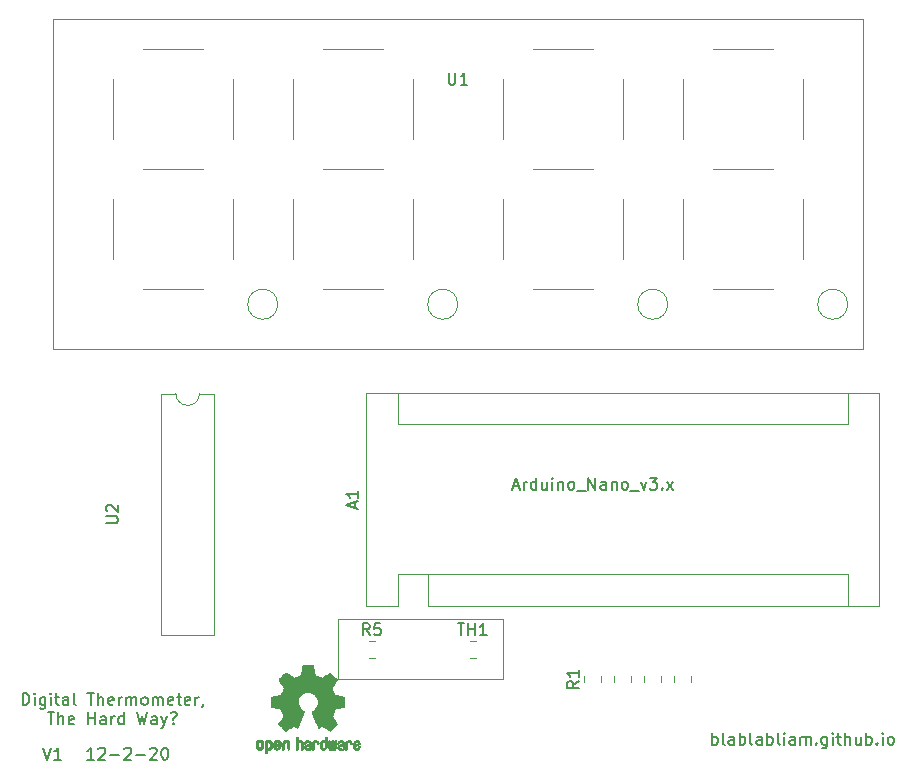
<source format=gbr>
%TF.GenerationSoftware,KiCad,Pcbnew,(5.1.6)-1*%
%TF.CreationDate,2020-12-02T21:06:57-06:00*%
%TF.ProjectId,BoardDesign,426f6172-6444-4657-9369-676e2e6b6963,rev?*%
%TF.SameCoordinates,Original*%
%TF.FileFunction,Legend,Top*%
%TF.FilePolarity,Positive*%
%FSLAX46Y46*%
G04 Gerber Fmt 4.6, Leading zero omitted, Abs format (unit mm)*
G04 Created by KiCad (PCBNEW (5.1.6)-1) date 2020-12-02 21:06:57*
%MOMM*%
%LPD*%
G01*
G04 APERTURE LIST*
%ADD10C,0.150000*%
%ADD11C,0.120000*%
%ADD12C,0.010000*%
G04 APERTURE END LIST*
D10*
X162513333Y-89352380D02*
X162513333Y-88352380D01*
X162513333Y-88733333D02*
X162608571Y-88685714D01*
X162799047Y-88685714D01*
X162894285Y-88733333D01*
X162941904Y-88780952D01*
X162989523Y-88876190D01*
X162989523Y-89161904D01*
X162941904Y-89257142D01*
X162894285Y-89304761D01*
X162799047Y-89352380D01*
X162608571Y-89352380D01*
X162513333Y-89304761D01*
X163560952Y-89352380D02*
X163465714Y-89304761D01*
X163418095Y-89209523D01*
X163418095Y-88352380D01*
X164370476Y-89352380D02*
X164370476Y-88828571D01*
X164322857Y-88733333D01*
X164227619Y-88685714D01*
X164037142Y-88685714D01*
X163941904Y-88733333D01*
X164370476Y-89304761D02*
X164275238Y-89352380D01*
X164037142Y-89352380D01*
X163941904Y-89304761D01*
X163894285Y-89209523D01*
X163894285Y-89114285D01*
X163941904Y-89019047D01*
X164037142Y-88971428D01*
X164275238Y-88971428D01*
X164370476Y-88923809D01*
X164846666Y-89352380D02*
X164846666Y-88352380D01*
X164846666Y-88733333D02*
X164941904Y-88685714D01*
X165132380Y-88685714D01*
X165227619Y-88733333D01*
X165275238Y-88780952D01*
X165322857Y-88876190D01*
X165322857Y-89161904D01*
X165275238Y-89257142D01*
X165227619Y-89304761D01*
X165132380Y-89352380D01*
X164941904Y-89352380D01*
X164846666Y-89304761D01*
X165894285Y-89352380D02*
X165799047Y-89304761D01*
X165751428Y-89209523D01*
X165751428Y-88352380D01*
X166703809Y-89352380D02*
X166703809Y-88828571D01*
X166656190Y-88733333D01*
X166560952Y-88685714D01*
X166370476Y-88685714D01*
X166275238Y-88733333D01*
X166703809Y-89304761D02*
X166608571Y-89352380D01*
X166370476Y-89352380D01*
X166275238Y-89304761D01*
X166227619Y-89209523D01*
X166227619Y-89114285D01*
X166275238Y-89019047D01*
X166370476Y-88971428D01*
X166608571Y-88971428D01*
X166703809Y-88923809D01*
X167180000Y-89352380D02*
X167180000Y-88352380D01*
X167180000Y-88733333D02*
X167275238Y-88685714D01*
X167465714Y-88685714D01*
X167560952Y-88733333D01*
X167608571Y-88780952D01*
X167656190Y-88876190D01*
X167656190Y-89161904D01*
X167608571Y-89257142D01*
X167560952Y-89304761D01*
X167465714Y-89352380D01*
X167275238Y-89352380D01*
X167180000Y-89304761D01*
X168227619Y-89352380D02*
X168132380Y-89304761D01*
X168084761Y-89209523D01*
X168084761Y-88352380D01*
X168608571Y-89352380D02*
X168608571Y-88685714D01*
X168608571Y-88352380D02*
X168560952Y-88400000D01*
X168608571Y-88447619D01*
X168656190Y-88400000D01*
X168608571Y-88352380D01*
X168608571Y-88447619D01*
X169513333Y-89352380D02*
X169513333Y-88828571D01*
X169465714Y-88733333D01*
X169370476Y-88685714D01*
X169180000Y-88685714D01*
X169084761Y-88733333D01*
X169513333Y-89304761D02*
X169418095Y-89352380D01*
X169180000Y-89352380D01*
X169084761Y-89304761D01*
X169037142Y-89209523D01*
X169037142Y-89114285D01*
X169084761Y-89019047D01*
X169180000Y-88971428D01*
X169418095Y-88971428D01*
X169513333Y-88923809D01*
X169989523Y-89352380D02*
X169989523Y-88685714D01*
X169989523Y-88780952D02*
X170037142Y-88733333D01*
X170132380Y-88685714D01*
X170275238Y-88685714D01*
X170370476Y-88733333D01*
X170418095Y-88828571D01*
X170418095Y-89352380D01*
X170418095Y-88828571D02*
X170465714Y-88733333D01*
X170560952Y-88685714D01*
X170703809Y-88685714D01*
X170799047Y-88733333D01*
X170846666Y-88828571D01*
X170846666Y-89352380D01*
X171322857Y-89257142D02*
X171370476Y-89304761D01*
X171322857Y-89352380D01*
X171275238Y-89304761D01*
X171322857Y-89257142D01*
X171322857Y-89352380D01*
X172227619Y-88685714D02*
X172227619Y-89495238D01*
X172180000Y-89590476D01*
X172132380Y-89638095D01*
X172037142Y-89685714D01*
X171894285Y-89685714D01*
X171799047Y-89638095D01*
X172227619Y-89304761D02*
X172132380Y-89352380D01*
X171941904Y-89352380D01*
X171846666Y-89304761D01*
X171799047Y-89257142D01*
X171751428Y-89161904D01*
X171751428Y-88876190D01*
X171799047Y-88780952D01*
X171846666Y-88733333D01*
X171941904Y-88685714D01*
X172132380Y-88685714D01*
X172227619Y-88733333D01*
X172703809Y-89352380D02*
X172703809Y-88685714D01*
X172703809Y-88352380D02*
X172656190Y-88400000D01*
X172703809Y-88447619D01*
X172751428Y-88400000D01*
X172703809Y-88352380D01*
X172703809Y-88447619D01*
X173037142Y-88685714D02*
X173418095Y-88685714D01*
X173180000Y-88352380D02*
X173180000Y-89209523D01*
X173227619Y-89304761D01*
X173322857Y-89352380D01*
X173418095Y-89352380D01*
X173751428Y-89352380D02*
X173751428Y-88352380D01*
X174180000Y-89352380D02*
X174180000Y-88828571D01*
X174132380Y-88733333D01*
X174037142Y-88685714D01*
X173894285Y-88685714D01*
X173799047Y-88733333D01*
X173751428Y-88780952D01*
X175084761Y-88685714D02*
X175084761Y-89352380D01*
X174656190Y-88685714D02*
X174656190Y-89209523D01*
X174703809Y-89304761D01*
X174799047Y-89352380D01*
X174941904Y-89352380D01*
X175037142Y-89304761D01*
X175084761Y-89257142D01*
X175560952Y-89352380D02*
X175560952Y-88352380D01*
X175560952Y-88733333D02*
X175656190Y-88685714D01*
X175846666Y-88685714D01*
X175941904Y-88733333D01*
X175989523Y-88780952D01*
X176037142Y-88876190D01*
X176037142Y-89161904D01*
X175989523Y-89257142D01*
X175941904Y-89304761D01*
X175846666Y-89352380D01*
X175656190Y-89352380D01*
X175560952Y-89304761D01*
X176465714Y-89257142D02*
X176513333Y-89304761D01*
X176465714Y-89352380D01*
X176418095Y-89304761D01*
X176465714Y-89257142D01*
X176465714Y-89352380D01*
X176941904Y-89352380D02*
X176941904Y-88685714D01*
X176941904Y-88352380D02*
X176894285Y-88400000D01*
X176941904Y-88447619D01*
X176989523Y-88400000D01*
X176941904Y-88352380D01*
X176941904Y-88447619D01*
X177560952Y-89352380D02*
X177465714Y-89304761D01*
X177418095Y-89257142D01*
X177370476Y-89161904D01*
X177370476Y-88876190D01*
X177418095Y-88780952D01*
X177465714Y-88733333D01*
X177560952Y-88685714D01*
X177703809Y-88685714D01*
X177799047Y-88733333D01*
X177846666Y-88780952D01*
X177894285Y-88876190D01*
X177894285Y-89161904D01*
X177846666Y-89257142D01*
X177799047Y-89304761D01*
X177703809Y-89352380D01*
X177560952Y-89352380D01*
D11*
X130810000Y-83820000D02*
X130810000Y-78740000D01*
X144780000Y-83820000D02*
X130810000Y-83820000D01*
X144780000Y-78740000D02*
X144780000Y-83820000D01*
X130810000Y-78740000D02*
X144780000Y-78740000D01*
D10*
X110172857Y-90622380D02*
X109601428Y-90622380D01*
X109887142Y-90622380D02*
X109887142Y-89622380D01*
X109791904Y-89765238D01*
X109696666Y-89860476D01*
X109601428Y-89908095D01*
X110553809Y-89717619D02*
X110601428Y-89670000D01*
X110696666Y-89622380D01*
X110934761Y-89622380D01*
X111030000Y-89670000D01*
X111077619Y-89717619D01*
X111125238Y-89812857D01*
X111125238Y-89908095D01*
X111077619Y-90050952D01*
X110506190Y-90622380D01*
X111125238Y-90622380D01*
X111553809Y-90241428D02*
X112315714Y-90241428D01*
X112744285Y-89717619D02*
X112791904Y-89670000D01*
X112887142Y-89622380D01*
X113125238Y-89622380D01*
X113220476Y-89670000D01*
X113268095Y-89717619D01*
X113315714Y-89812857D01*
X113315714Y-89908095D01*
X113268095Y-90050952D01*
X112696666Y-90622380D01*
X113315714Y-90622380D01*
X113744285Y-90241428D02*
X114506190Y-90241428D01*
X114934761Y-89717619D02*
X114982380Y-89670000D01*
X115077619Y-89622380D01*
X115315714Y-89622380D01*
X115410952Y-89670000D01*
X115458571Y-89717619D01*
X115506190Y-89812857D01*
X115506190Y-89908095D01*
X115458571Y-90050952D01*
X114887142Y-90622380D01*
X115506190Y-90622380D01*
X116125238Y-89622380D02*
X116220476Y-89622380D01*
X116315714Y-89670000D01*
X116363333Y-89717619D01*
X116410952Y-89812857D01*
X116458571Y-90003333D01*
X116458571Y-90241428D01*
X116410952Y-90431904D01*
X116363333Y-90527142D01*
X116315714Y-90574761D01*
X116220476Y-90622380D01*
X116125238Y-90622380D01*
X116030000Y-90574761D01*
X115982380Y-90527142D01*
X115934761Y-90431904D01*
X115887142Y-90241428D01*
X115887142Y-90003333D01*
X115934761Y-89812857D01*
X115982380Y-89717619D01*
X116030000Y-89670000D01*
X116125238Y-89622380D01*
X105870476Y-89622380D02*
X106203809Y-90622380D01*
X106537142Y-89622380D01*
X107394285Y-90622380D02*
X106822857Y-90622380D01*
X107108571Y-90622380D02*
X107108571Y-89622380D01*
X107013333Y-89765238D01*
X106918095Y-89860476D01*
X106822857Y-89908095D01*
X104140952Y-85987380D02*
X104140952Y-84987380D01*
X104379047Y-84987380D01*
X104521904Y-85035000D01*
X104617142Y-85130238D01*
X104664761Y-85225476D01*
X104712380Y-85415952D01*
X104712380Y-85558809D01*
X104664761Y-85749285D01*
X104617142Y-85844523D01*
X104521904Y-85939761D01*
X104379047Y-85987380D01*
X104140952Y-85987380D01*
X105140952Y-85987380D02*
X105140952Y-85320714D01*
X105140952Y-84987380D02*
X105093333Y-85035000D01*
X105140952Y-85082619D01*
X105188571Y-85035000D01*
X105140952Y-84987380D01*
X105140952Y-85082619D01*
X106045714Y-85320714D02*
X106045714Y-86130238D01*
X105998095Y-86225476D01*
X105950476Y-86273095D01*
X105855238Y-86320714D01*
X105712380Y-86320714D01*
X105617142Y-86273095D01*
X106045714Y-85939761D02*
X105950476Y-85987380D01*
X105760000Y-85987380D01*
X105664761Y-85939761D01*
X105617142Y-85892142D01*
X105569523Y-85796904D01*
X105569523Y-85511190D01*
X105617142Y-85415952D01*
X105664761Y-85368333D01*
X105760000Y-85320714D01*
X105950476Y-85320714D01*
X106045714Y-85368333D01*
X106521904Y-85987380D02*
X106521904Y-85320714D01*
X106521904Y-84987380D02*
X106474285Y-85035000D01*
X106521904Y-85082619D01*
X106569523Y-85035000D01*
X106521904Y-84987380D01*
X106521904Y-85082619D01*
X106855238Y-85320714D02*
X107236190Y-85320714D01*
X106998095Y-84987380D02*
X106998095Y-85844523D01*
X107045714Y-85939761D01*
X107140952Y-85987380D01*
X107236190Y-85987380D01*
X107998095Y-85987380D02*
X107998095Y-85463571D01*
X107950476Y-85368333D01*
X107855238Y-85320714D01*
X107664761Y-85320714D01*
X107569523Y-85368333D01*
X107998095Y-85939761D02*
X107902857Y-85987380D01*
X107664761Y-85987380D01*
X107569523Y-85939761D01*
X107521904Y-85844523D01*
X107521904Y-85749285D01*
X107569523Y-85654047D01*
X107664761Y-85606428D01*
X107902857Y-85606428D01*
X107998095Y-85558809D01*
X108617142Y-85987380D02*
X108521904Y-85939761D01*
X108474285Y-85844523D01*
X108474285Y-84987380D01*
X109617142Y-84987380D02*
X110188571Y-84987380D01*
X109902857Y-85987380D02*
X109902857Y-84987380D01*
X110521904Y-85987380D02*
X110521904Y-84987380D01*
X110950476Y-85987380D02*
X110950476Y-85463571D01*
X110902857Y-85368333D01*
X110807619Y-85320714D01*
X110664761Y-85320714D01*
X110569523Y-85368333D01*
X110521904Y-85415952D01*
X111807619Y-85939761D02*
X111712380Y-85987380D01*
X111521904Y-85987380D01*
X111426666Y-85939761D01*
X111379047Y-85844523D01*
X111379047Y-85463571D01*
X111426666Y-85368333D01*
X111521904Y-85320714D01*
X111712380Y-85320714D01*
X111807619Y-85368333D01*
X111855238Y-85463571D01*
X111855238Y-85558809D01*
X111379047Y-85654047D01*
X112283809Y-85987380D02*
X112283809Y-85320714D01*
X112283809Y-85511190D02*
X112331428Y-85415952D01*
X112379047Y-85368333D01*
X112474285Y-85320714D01*
X112569523Y-85320714D01*
X112902857Y-85987380D02*
X112902857Y-85320714D01*
X112902857Y-85415952D02*
X112950476Y-85368333D01*
X113045714Y-85320714D01*
X113188571Y-85320714D01*
X113283809Y-85368333D01*
X113331428Y-85463571D01*
X113331428Y-85987380D01*
X113331428Y-85463571D02*
X113379047Y-85368333D01*
X113474285Y-85320714D01*
X113617142Y-85320714D01*
X113712380Y-85368333D01*
X113760000Y-85463571D01*
X113760000Y-85987380D01*
X114379047Y-85987380D02*
X114283809Y-85939761D01*
X114236190Y-85892142D01*
X114188571Y-85796904D01*
X114188571Y-85511190D01*
X114236190Y-85415952D01*
X114283809Y-85368333D01*
X114379047Y-85320714D01*
X114521904Y-85320714D01*
X114617142Y-85368333D01*
X114664761Y-85415952D01*
X114712380Y-85511190D01*
X114712380Y-85796904D01*
X114664761Y-85892142D01*
X114617142Y-85939761D01*
X114521904Y-85987380D01*
X114379047Y-85987380D01*
X115140952Y-85987380D02*
X115140952Y-85320714D01*
X115140952Y-85415952D02*
X115188571Y-85368333D01*
X115283809Y-85320714D01*
X115426666Y-85320714D01*
X115521904Y-85368333D01*
X115569523Y-85463571D01*
X115569523Y-85987380D01*
X115569523Y-85463571D02*
X115617142Y-85368333D01*
X115712380Y-85320714D01*
X115855238Y-85320714D01*
X115950476Y-85368333D01*
X115998095Y-85463571D01*
X115998095Y-85987380D01*
X116855238Y-85939761D02*
X116760000Y-85987380D01*
X116569523Y-85987380D01*
X116474285Y-85939761D01*
X116426666Y-85844523D01*
X116426666Y-85463571D01*
X116474285Y-85368333D01*
X116569523Y-85320714D01*
X116760000Y-85320714D01*
X116855238Y-85368333D01*
X116902857Y-85463571D01*
X116902857Y-85558809D01*
X116426666Y-85654047D01*
X117188571Y-85320714D02*
X117569523Y-85320714D01*
X117331428Y-84987380D02*
X117331428Y-85844523D01*
X117379047Y-85939761D01*
X117474285Y-85987380D01*
X117569523Y-85987380D01*
X118283809Y-85939761D02*
X118188571Y-85987380D01*
X117998095Y-85987380D01*
X117902857Y-85939761D01*
X117855238Y-85844523D01*
X117855238Y-85463571D01*
X117902857Y-85368333D01*
X117998095Y-85320714D01*
X118188571Y-85320714D01*
X118283809Y-85368333D01*
X118331428Y-85463571D01*
X118331428Y-85558809D01*
X117855238Y-85654047D01*
X118760000Y-85987380D02*
X118760000Y-85320714D01*
X118760000Y-85511190D02*
X118807619Y-85415952D01*
X118855238Y-85368333D01*
X118950476Y-85320714D01*
X119045714Y-85320714D01*
X119426666Y-85939761D02*
X119426666Y-85987380D01*
X119379047Y-86082619D01*
X119331428Y-86130238D01*
X106260000Y-86637380D02*
X106831428Y-86637380D01*
X106545714Y-87637380D02*
X106545714Y-86637380D01*
X107164761Y-87637380D02*
X107164761Y-86637380D01*
X107593333Y-87637380D02*
X107593333Y-87113571D01*
X107545714Y-87018333D01*
X107450476Y-86970714D01*
X107307619Y-86970714D01*
X107212380Y-87018333D01*
X107164761Y-87065952D01*
X108450476Y-87589761D02*
X108355238Y-87637380D01*
X108164761Y-87637380D01*
X108069523Y-87589761D01*
X108021904Y-87494523D01*
X108021904Y-87113571D01*
X108069523Y-87018333D01*
X108164761Y-86970714D01*
X108355238Y-86970714D01*
X108450476Y-87018333D01*
X108498095Y-87113571D01*
X108498095Y-87208809D01*
X108021904Y-87304047D01*
X109688571Y-87637380D02*
X109688571Y-86637380D01*
X109688571Y-87113571D02*
X110260000Y-87113571D01*
X110260000Y-87637380D02*
X110260000Y-86637380D01*
X111164761Y-87637380D02*
X111164761Y-87113571D01*
X111117142Y-87018333D01*
X111021904Y-86970714D01*
X110831428Y-86970714D01*
X110736190Y-87018333D01*
X111164761Y-87589761D02*
X111069523Y-87637380D01*
X110831428Y-87637380D01*
X110736190Y-87589761D01*
X110688571Y-87494523D01*
X110688571Y-87399285D01*
X110736190Y-87304047D01*
X110831428Y-87256428D01*
X111069523Y-87256428D01*
X111164761Y-87208809D01*
X111640952Y-87637380D02*
X111640952Y-86970714D01*
X111640952Y-87161190D02*
X111688571Y-87065952D01*
X111736190Y-87018333D01*
X111831428Y-86970714D01*
X111926666Y-86970714D01*
X112688571Y-87637380D02*
X112688571Y-86637380D01*
X112688571Y-87589761D02*
X112593333Y-87637380D01*
X112402857Y-87637380D01*
X112307619Y-87589761D01*
X112260000Y-87542142D01*
X112212380Y-87446904D01*
X112212380Y-87161190D01*
X112260000Y-87065952D01*
X112307619Y-87018333D01*
X112402857Y-86970714D01*
X112593333Y-86970714D01*
X112688571Y-87018333D01*
X113831428Y-86637380D02*
X114069523Y-87637380D01*
X114260000Y-86923095D01*
X114450476Y-87637380D01*
X114688571Y-86637380D01*
X115498095Y-87637380D02*
X115498095Y-87113571D01*
X115450476Y-87018333D01*
X115355238Y-86970714D01*
X115164761Y-86970714D01*
X115069523Y-87018333D01*
X115498095Y-87589761D02*
X115402857Y-87637380D01*
X115164761Y-87637380D01*
X115069523Y-87589761D01*
X115021904Y-87494523D01*
X115021904Y-87399285D01*
X115069523Y-87304047D01*
X115164761Y-87256428D01*
X115402857Y-87256428D01*
X115498095Y-87208809D01*
X115879047Y-86970714D02*
X116117142Y-87637380D01*
X116355238Y-86970714D02*
X116117142Y-87637380D01*
X116021904Y-87875476D01*
X115974285Y-87923095D01*
X115879047Y-87970714D01*
X116879047Y-87542142D02*
X116926666Y-87589761D01*
X116879047Y-87637380D01*
X116831428Y-87589761D01*
X116879047Y-87542142D01*
X116879047Y-87637380D01*
X116688571Y-86685000D02*
X116783809Y-86637380D01*
X117021904Y-86637380D01*
X117117142Y-86685000D01*
X117164761Y-86780238D01*
X117164761Y-86875476D01*
X117117142Y-86970714D01*
X117069523Y-87018333D01*
X116974285Y-87065952D01*
X116926666Y-87113571D01*
X116879047Y-87208809D01*
X116879047Y-87256428D01*
D12*
%TO.C,REF\u002A\u002A*%
G36*
X128409878Y-82647776D02*
G01*
X128515612Y-82648355D01*
X128592132Y-82649922D01*
X128644372Y-82652972D01*
X128677263Y-82657996D01*
X128695737Y-82665489D01*
X128704727Y-82675944D01*
X128709163Y-82689853D01*
X128709594Y-82691654D01*
X128716333Y-82724145D01*
X128728808Y-82788252D01*
X128745719Y-82877151D01*
X128765771Y-82984019D01*
X128787664Y-83102033D01*
X128788429Y-83106178D01*
X128810359Y-83221831D01*
X128830877Y-83324014D01*
X128848659Y-83406598D01*
X128862381Y-83463456D01*
X128870718Y-83488458D01*
X128871116Y-83488901D01*
X128895677Y-83501110D01*
X128946315Y-83521456D01*
X129012095Y-83545545D01*
X129012461Y-83545674D01*
X129095317Y-83576818D01*
X129193000Y-83616491D01*
X129285077Y-83656381D01*
X129289434Y-83658353D01*
X129439407Y-83726420D01*
X129771498Y-83499639D01*
X129873374Y-83430504D01*
X129965657Y-83368697D01*
X130043003Y-83317733D01*
X130100064Y-83281127D01*
X130131495Y-83262394D01*
X130134479Y-83261004D01*
X130157321Y-83267190D01*
X130199982Y-83297035D01*
X130264128Y-83351947D01*
X130351421Y-83433334D01*
X130440535Y-83519922D01*
X130526441Y-83605247D01*
X130603327Y-83683108D01*
X130666564Y-83748697D01*
X130711523Y-83797205D01*
X130733576Y-83823825D01*
X130734396Y-83825195D01*
X130736834Y-83843463D01*
X130727650Y-83873295D01*
X130704574Y-83918721D01*
X130665337Y-83983770D01*
X130607670Y-84072470D01*
X130530795Y-84186657D01*
X130462570Y-84287162D01*
X130401582Y-84377303D01*
X130351356Y-84451849D01*
X130315416Y-84505565D01*
X130297287Y-84533218D01*
X130296146Y-84535095D01*
X130298359Y-84561590D01*
X130315138Y-84613086D01*
X130343142Y-84679851D01*
X130353122Y-84701172D01*
X130396672Y-84796159D01*
X130443134Y-84903937D01*
X130480877Y-84997192D01*
X130508073Y-85066406D01*
X130529675Y-85119006D01*
X130542158Y-85146497D01*
X130543709Y-85148616D01*
X130566668Y-85152124D01*
X130620786Y-85161738D01*
X130698868Y-85176089D01*
X130793719Y-85193807D01*
X130898143Y-85213525D01*
X131004944Y-85233874D01*
X131106926Y-85253486D01*
X131196894Y-85270991D01*
X131267653Y-85285022D01*
X131312006Y-85294209D01*
X131322885Y-85296807D01*
X131334122Y-85303218D01*
X131342605Y-85317697D01*
X131348714Y-85345133D01*
X131352832Y-85390411D01*
X131355341Y-85458420D01*
X131356621Y-85554047D01*
X131357054Y-85682180D01*
X131357077Y-85734701D01*
X131357077Y-86161845D01*
X131254500Y-86182091D01*
X131197431Y-86193070D01*
X131112269Y-86209095D01*
X131009372Y-86228233D01*
X130899096Y-86248551D01*
X130868615Y-86254132D01*
X130766855Y-86273917D01*
X130678205Y-86293373D01*
X130610108Y-86310697D01*
X130570004Y-86324088D01*
X130563323Y-86328079D01*
X130546919Y-86356342D01*
X130523399Y-86411109D01*
X130497316Y-86481588D01*
X130492142Y-86496769D01*
X130457956Y-86590896D01*
X130415523Y-86697101D01*
X130373997Y-86792473D01*
X130373792Y-86792916D01*
X130304640Y-86942525D01*
X130759512Y-87611617D01*
X130467500Y-87904116D01*
X130379180Y-87991170D01*
X130298625Y-88067909D01*
X130230360Y-88130237D01*
X130178908Y-88174056D01*
X130148794Y-88195270D01*
X130144474Y-88196616D01*
X130119111Y-88186016D01*
X130067358Y-88156547D01*
X129994868Y-88111705D01*
X129907294Y-88054984D01*
X129812612Y-87991462D01*
X129716516Y-87926668D01*
X129630837Y-87870287D01*
X129561016Y-87825788D01*
X129512494Y-87796639D01*
X129490782Y-87786308D01*
X129464293Y-87795050D01*
X129414062Y-87818087D01*
X129350451Y-87850631D01*
X129343708Y-87854249D01*
X129258046Y-87897210D01*
X129199306Y-87918279D01*
X129162772Y-87918503D01*
X129143731Y-87898928D01*
X129143620Y-87898654D01*
X129134102Y-87875472D01*
X129111403Y-87820441D01*
X129077282Y-87737822D01*
X129033500Y-87631872D01*
X128981816Y-87506852D01*
X128923992Y-87367020D01*
X128867991Y-87231637D01*
X128806447Y-87082234D01*
X128749939Y-86943832D01*
X128700161Y-86820673D01*
X128658806Y-86717002D01*
X128627568Y-86637059D01*
X128608141Y-86585088D01*
X128602154Y-86565692D01*
X128617168Y-86543443D01*
X128656439Y-86507982D01*
X128708807Y-86468887D01*
X128857941Y-86345245D01*
X128974511Y-86203522D01*
X129057118Y-86046704D01*
X129104366Y-85877775D01*
X129114857Y-85699722D01*
X129107231Y-85617539D01*
X129065682Y-85447031D01*
X128994123Y-85296459D01*
X128896995Y-85167309D01*
X128778734Y-85061064D01*
X128643780Y-84979210D01*
X128496571Y-84923232D01*
X128341544Y-84894615D01*
X128183139Y-84894844D01*
X128025794Y-84925405D01*
X127873946Y-84987782D01*
X127732035Y-85083460D01*
X127672803Y-85137572D01*
X127559203Y-85276520D01*
X127480106Y-85428361D01*
X127434986Y-85588667D01*
X127423316Y-85753012D01*
X127444569Y-85916971D01*
X127498220Y-86076118D01*
X127583740Y-86226025D01*
X127700605Y-86362267D01*
X127831193Y-86468887D01*
X127885588Y-86509642D01*
X127924014Y-86544718D01*
X127937846Y-86565726D01*
X127930603Y-86588635D01*
X127910005Y-86643365D01*
X127877746Y-86725672D01*
X127835521Y-86831315D01*
X127785023Y-86956050D01*
X127727948Y-87095636D01*
X127671854Y-87231670D01*
X127609967Y-87381201D01*
X127552644Y-87519767D01*
X127501644Y-87643107D01*
X127458727Y-87746964D01*
X127425653Y-87827080D01*
X127404181Y-87879195D01*
X127396225Y-87898654D01*
X127377429Y-87918423D01*
X127341074Y-87918365D01*
X127282479Y-87897441D01*
X127196968Y-87854613D01*
X127196292Y-87854249D01*
X127131907Y-87821012D01*
X127079861Y-87796802D01*
X127050512Y-87786404D01*
X127049217Y-87786308D01*
X127027124Y-87796855D01*
X126978348Y-87826184D01*
X126908331Y-87870827D01*
X126822514Y-87927314D01*
X126727388Y-87991462D01*
X126630540Y-88056411D01*
X126543253Y-88112896D01*
X126471181Y-88157421D01*
X126419977Y-88186490D01*
X126395526Y-88196616D01*
X126373010Y-88183307D01*
X126327742Y-88146112D01*
X126264244Y-88089128D01*
X126187039Y-88016449D01*
X126100651Y-87932171D01*
X126072399Y-87904016D01*
X125780287Y-87611416D01*
X126002631Y-87285104D01*
X126070202Y-87184897D01*
X126129507Y-87094963D01*
X126177217Y-87020510D01*
X126210007Y-86966751D01*
X126224548Y-86938894D01*
X126224974Y-86936912D01*
X126217308Y-86910655D01*
X126196689Y-86857837D01*
X126166685Y-86787310D01*
X126145625Y-86740093D01*
X126106248Y-86649694D01*
X126069165Y-86558366D01*
X126040415Y-86481200D01*
X126032605Y-86457692D01*
X126010417Y-86394916D01*
X125988727Y-86346411D01*
X125976813Y-86328079D01*
X125950523Y-86316859D01*
X125893142Y-86300954D01*
X125812118Y-86282167D01*
X125714895Y-86262299D01*
X125671385Y-86254132D01*
X125560896Y-86233829D01*
X125454916Y-86214170D01*
X125363801Y-86197088D01*
X125297908Y-86184518D01*
X125285500Y-86182091D01*
X125182923Y-86161845D01*
X125182923Y-85734701D01*
X125183153Y-85594246D01*
X125184099Y-85487979D01*
X125186141Y-85411013D01*
X125189662Y-85358460D01*
X125195043Y-85325433D01*
X125202666Y-85307045D01*
X125212912Y-85298408D01*
X125217115Y-85296807D01*
X125242470Y-85291127D01*
X125298484Y-85279795D01*
X125377964Y-85264179D01*
X125473712Y-85245647D01*
X125578533Y-85225569D01*
X125685232Y-85205312D01*
X125786613Y-85186246D01*
X125875479Y-85169739D01*
X125944637Y-85157159D01*
X125986889Y-85149875D01*
X125996290Y-85148616D01*
X126004807Y-85131763D01*
X126023660Y-85086870D01*
X126049324Y-85022430D01*
X126059123Y-84997192D01*
X126098648Y-84899686D01*
X126145192Y-84791959D01*
X126186877Y-84701172D01*
X126217550Y-84631753D01*
X126237956Y-84574710D01*
X126244768Y-84539777D01*
X126243682Y-84535095D01*
X126229285Y-84512991D01*
X126196412Y-84463831D01*
X126148590Y-84392848D01*
X126089348Y-84305278D01*
X126022215Y-84206357D01*
X126008941Y-84186830D01*
X125931046Y-84071140D01*
X125873787Y-83983044D01*
X125834881Y-83918486D01*
X125812044Y-83873411D01*
X125802994Y-83843763D01*
X125805448Y-83825485D01*
X125805511Y-83825369D01*
X125824827Y-83801361D01*
X125867551Y-83754947D01*
X125929051Y-83690937D01*
X126004698Y-83614145D01*
X126089861Y-83529382D01*
X126099465Y-83519922D01*
X126206790Y-83415989D01*
X126289615Y-83339675D01*
X126349605Y-83289571D01*
X126388423Y-83264270D01*
X126405520Y-83261004D01*
X126430473Y-83275250D01*
X126482255Y-83308156D01*
X126555520Y-83356208D01*
X126644920Y-83415890D01*
X126745111Y-83483688D01*
X126768501Y-83499639D01*
X127100593Y-83726420D01*
X127250565Y-83658353D01*
X127341770Y-83618685D01*
X127439669Y-83578791D01*
X127523831Y-83546983D01*
X127527538Y-83545674D01*
X127593369Y-83521576D01*
X127644116Y-83501200D01*
X127668842Y-83488936D01*
X127668884Y-83488901D01*
X127676729Y-83466734D01*
X127690066Y-83412217D01*
X127707570Y-83331480D01*
X127727917Y-83230650D01*
X127749782Y-83115856D01*
X127751571Y-83106178D01*
X127773504Y-82987904D01*
X127793640Y-82880542D01*
X127810680Y-82790917D01*
X127823328Y-82725851D01*
X127830284Y-82692168D01*
X127830406Y-82691654D01*
X127834639Y-82677325D01*
X127842871Y-82666507D01*
X127860033Y-82658706D01*
X127891058Y-82653429D01*
X127940878Y-82650182D01*
X128014424Y-82648472D01*
X128116629Y-82647807D01*
X128252425Y-82647693D01*
X128270000Y-82647692D01*
X128409878Y-82647776D01*
G37*
X128409878Y-82647776D02*
X128515612Y-82648355D01*
X128592132Y-82649922D01*
X128644372Y-82652972D01*
X128677263Y-82657996D01*
X128695737Y-82665489D01*
X128704727Y-82675944D01*
X128709163Y-82689853D01*
X128709594Y-82691654D01*
X128716333Y-82724145D01*
X128728808Y-82788252D01*
X128745719Y-82877151D01*
X128765771Y-82984019D01*
X128787664Y-83102033D01*
X128788429Y-83106178D01*
X128810359Y-83221831D01*
X128830877Y-83324014D01*
X128848659Y-83406598D01*
X128862381Y-83463456D01*
X128870718Y-83488458D01*
X128871116Y-83488901D01*
X128895677Y-83501110D01*
X128946315Y-83521456D01*
X129012095Y-83545545D01*
X129012461Y-83545674D01*
X129095317Y-83576818D01*
X129193000Y-83616491D01*
X129285077Y-83656381D01*
X129289434Y-83658353D01*
X129439407Y-83726420D01*
X129771498Y-83499639D01*
X129873374Y-83430504D01*
X129965657Y-83368697D01*
X130043003Y-83317733D01*
X130100064Y-83281127D01*
X130131495Y-83262394D01*
X130134479Y-83261004D01*
X130157321Y-83267190D01*
X130199982Y-83297035D01*
X130264128Y-83351947D01*
X130351421Y-83433334D01*
X130440535Y-83519922D01*
X130526441Y-83605247D01*
X130603327Y-83683108D01*
X130666564Y-83748697D01*
X130711523Y-83797205D01*
X130733576Y-83823825D01*
X130734396Y-83825195D01*
X130736834Y-83843463D01*
X130727650Y-83873295D01*
X130704574Y-83918721D01*
X130665337Y-83983770D01*
X130607670Y-84072470D01*
X130530795Y-84186657D01*
X130462570Y-84287162D01*
X130401582Y-84377303D01*
X130351356Y-84451849D01*
X130315416Y-84505565D01*
X130297287Y-84533218D01*
X130296146Y-84535095D01*
X130298359Y-84561590D01*
X130315138Y-84613086D01*
X130343142Y-84679851D01*
X130353122Y-84701172D01*
X130396672Y-84796159D01*
X130443134Y-84903937D01*
X130480877Y-84997192D01*
X130508073Y-85066406D01*
X130529675Y-85119006D01*
X130542158Y-85146497D01*
X130543709Y-85148616D01*
X130566668Y-85152124D01*
X130620786Y-85161738D01*
X130698868Y-85176089D01*
X130793719Y-85193807D01*
X130898143Y-85213525D01*
X131004944Y-85233874D01*
X131106926Y-85253486D01*
X131196894Y-85270991D01*
X131267653Y-85285022D01*
X131312006Y-85294209D01*
X131322885Y-85296807D01*
X131334122Y-85303218D01*
X131342605Y-85317697D01*
X131348714Y-85345133D01*
X131352832Y-85390411D01*
X131355341Y-85458420D01*
X131356621Y-85554047D01*
X131357054Y-85682180D01*
X131357077Y-85734701D01*
X131357077Y-86161845D01*
X131254500Y-86182091D01*
X131197431Y-86193070D01*
X131112269Y-86209095D01*
X131009372Y-86228233D01*
X130899096Y-86248551D01*
X130868615Y-86254132D01*
X130766855Y-86273917D01*
X130678205Y-86293373D01*
X130610108Y-86310697D01*
X130570004Y-86324088D01*
X130563323Y-86328079D01*
X130546919Y-86356342D01*
X130523399Y-86411109D01*
X130497316Y-86481588D01*
X130492142Y-86496769D01*
X130457956Y-86590896D01*
X130415523Y-86697101D01*
X130373997Y-86792473D01*
X130373792Y-86792916D01*
X130304640Y-86942525D01*
X130759512Y-87611617D01*
X130467500Y-87904116D01*
X130379180Y-87991170D01*
X130298625Y-88067909D01*
X130230360Y-88130237D01*
X130178908Y-88174056D01*
X130148794Y-88195270D01*
X130144474Y-88196616D01*
X130119111Y-88186016D01*
X130067358Y-88156547D01*
X129994868Y-88111705D01*
X129907294Y-88054984D01*
X129812612Y-87991462D01*
X129716516Y-87926668D01*
X129630837Y-87870287D01*
X129561016Y-87825788D01*
X129512494Y-87796639D01*
X129490782Y-87786308D01*
X129464293Y-87795050D01*
X129414062Y-87818087D01*
X129350451Y-87850631D01*
X129343708Y-87854249D01*
X129258046Y-87897210D01*
X129199306Y-87918279D01*
X129162772Y-87918503D01*
X129143731Y-87898928D01*
X129143620Y-87898654D01*
X129134102Y-87875472D01*
X129111403Y-87820441D01*
X129077282Y-87737822D01*
X129033500Y-87631872D01*
X128981816Y-87506852D01*
X128923992Y-87367020D01*
X128867991Y-87231637D01*
X128806447Y-87082234D01*
X128749939Y-86943832D01*
X128700161Y-86820673D01*
X128658806Y-86717002D01*
X128627568Y-86637059D01*
X128608141Y-86585088D01*
X128602154Y-86565692D01*
X128617168Y-86543443D01*
X128656439Y-86507982D01*
X128708807Y-86468887D01*
X128857941Y-86345245D01*
X128974511Y-86203522D01*
X129057118Y-86046704D01*
X129104366Y-85877775D01*
X129114857Y-85699722D01*
X129107231Y-85617539D01*
X129065682Y-85447031D01*
X128994123Y-85296459D01*
X128896995Y-85167309D01*
X128778734Y-85061064D01*
X128643780Y-84979210D01*
X128496571Y-84923232D01*
X128341544Y-84894615D01*
X128183139Y-84894844D01*
X128025794Y-84925405D01*
X127873946Y-84987782D01*
X127732035Y-85083460D01*
X127672803Y-85137572D01*
X127559203Y-85276520D01*
X127480106Y-85428361D01*
X127434986Y-85588667D01*
X127423316Y-85753012D01*
X127444569Y-85916971D01*
X127498220Y-86076118D01*
X127583740Y-86226025D01*
X127700605Y-86362267D01*
X127831193Y-86468887D01*
X127885588Y-86509642D01*
X127924014Y-86544718D01*
X127937846Y-86565726D01*
X127930603Y-86588635D01*
X127910005Y-86643365D01*
X127877746Y-86725672D01*
X127835521Y-86831315D01*
X127785023Y-86956050D01*
X127727948Y-87095636D01*
X127671854Y-87231670D01*
X127609967Y-87381201D01*
X127552644Y-87519767D01*
X127501644Y-87643107D01*
X127458727Y-87746964D01*
X127425653Y-87827080D01*
X127404181Y-87879195D01*
X127396225Y-87898654D01*
X127377429Y-87918423D01*
X127341074Y-87918365D01*
X127282479Y-87897441D01*
X127196968Y-87854613D01*
X127196292Y-87854249D01*
X127131907Y-87821012D01*
X127079861Y-87796802D01*
X127050512Y-87786404D01*
X127049217Y-87786308D01*
X127027124Y-87796855D01*
X126978348Y-87826184D01*
X126908331Y-87870827D01*
X126822514Y-87927314D01*
X126727388Y-87991462D01*
X126630540Y-88056411D01*
X126543253Y-88112896D01*
X126471181Y-88157421D01*
X126419977Y-88186490D01*
X126395526Y-88196616D01*
X126373010Y-88183307D01*
X126327742Y-88146112D01*
X126264244Y-88089128D01*
X126187039Y-88016449D01*
X126100651Y-87932171D01*
X126072399Y-87904016D01*
X125780287Y-87611416D01*
X126002631Y-87285104D01*
X126070202Y-87184897D01*
X126129507Y-87094963D01*
X126177217Y-87020510D01*
X126210007Y-86966751D01*
X126224548Y-86938894D01*
X126224974Y-86936912D01*
X126217308Y-86910655D01*
X126196689Y-86857837D01*
X126166685Y-86787310D01*
X126145625Y-86740093D01*
X126106248Y-86649694D01*
X126069165Y-86558366D01*
X126040415Y-86481200D01*
X126032605Y-86457692D01*
X126010417Y-86394916D01*
X125988727Y-86346411D01*
X125976813Y-86328079D01*
X125950523Y-86316859D01*
X125893142Y-86300954D01*
X125812118Y-86282167D01*
X125714895Y-86262299D01*
X125671385Y-86254132D01*
X125560896Y-86233829D01*
X125454916Y-86214170D01*
X125363801Y-86197088D01*
X125297908Y-86184518D01*
X125285500Y-86182091D01*
X125182923Y-86161845D01*
X125182923Y-85734701D01*
X125183153Y-85594246D01*
X125184099Y-85487979D01*
X125186141Y-85411013D01*
X125189662Y-85358460D01*
X125195043Y-85325433D01*
X125202666Y-85307045D01*
X125212912Y-85298408D01*
X125217115Y-85296807D01*
X125242470Y-85291127D01*
X125298484Y-85279795D01*
X125377964Y-85264179D01*
X125473712Y-85245647D01*
X125578533Y-85225569D01*
X125685232Y-85205312D01*
X125786613Y-85186246D01*
X125875479Y-85169739D01*
X125944637Y-85157159D01*
X125986889Y-85149875D01*
X125996290Y-85148616D01*
X126004807Y-85131763D01*
X126023660Y-85086870D01*
X126049324Y-85022430D01*
X126059123Y-84997192D01*
X126098648Y-84899686D01*
X126145192Y-84791959D01*
X126186877Y-84701172D01*
X126217550Y-84631753D01*
X126237956Y-84574710D01*
X126244768Y-84539777D01*
X126243682Y-84535095D01*
X126229285Y-84512991D01*
X126196412Y-84463831D01*
X126148590Y-84392848D01*
X126089348Y-84305278D01*
X126022215Y-84206357D01*
X126008941Y-84186830D01*
X125931046Y-84071140D01*
X125873787Y-83983044D01*
X125834881Y-83918486D01*
X125812044Y-83873411D01*
X125802994Y-83843763D01*
X125805448Y-83825485D01*
X125805511Y-83825369D01*
X125824827Y-83801361D01*
X125867551Y-83754947D01*
X125929051Y-83690937D01*
X126004698Y-83614145D01*
X126089861Y-83529382D01*
X126099465Y-83519922D01*
X126206790Y-83415989D01*
X126289615Y-83339675D01*
X126349605Y-83289571D01*
X126388423Y-83264270D01*
X126405520Y-83261004D01*
X126430473Y-83275250D01*
X126482255Y-83308156D01*
X126555520Y-83356208D01*
X126644920Y-83415890D01*
X126745111Y-83483688D01*
X126768501Y-83499639D01*
X127100593Y-83726420D01*
X127250565Y-83658353D01*
X127341770Y-83618685D01*
X127439669Y-83578791D01*
X127523831Y-83546983D01*
X127527538Y-83545674D01*
X127593369Y-83521576D01*
X127644116Y-83501200D01*
X127668842Y-83488936D01*
X127668884Y-83488901D01*
X127676729Y-83466734D01*
X127690066Y-83412217D01*
X127707570Y-83331480D01*
X127727917Y-83230650D01*
X127749782Y-83115856D01*
X127751571Y-83106178D01*
X127773504Y-82987904D01*
X127793640Y-82880542D01*
X127810680Y-82790917D01*
X127823328Y-82725851D01*
X127830284Y-82692168D01*
X127830406Y-82691654D01*
X127834639Y-82677325D01*
X127842871Y-82666507D01*
X127860033Y-82658706D01*
X127891058Y-82653429D01*
X127940878Y-82650182D01*
X128014424Y-82648472D01*
X128116629Y-82647807D01*
X128252425Y-82647693D01*
X128270000Y-82647692D01*
X128409878Y-82647776D01*
G36*
X132515224Y-89007838D02*
G01*
X132592528Y-89058361D01*
X132629814Y-89103590D01*
X132659353Y-89185663D01*
X132661699Y-89250607D01*
X132656385Y-89337445D01*
X132456115Y-89425103D01*
X132358739Y-89469887D01*
X132295113Y-89505913D01*
X132262029Y-89537117D01*
X132256280Y-89567436D01*
X132274658Y-89600805D01*
X132294923Y-89622923D01*
X132353889Y-89658393D01*
X132418024Y-89660879D01*
X132476926Y-89633235D01*
X132520197Y-89578320D01*
X132527936Y-89558928D01*
X132565006Y-89498364D01*
X132607654Y-89472552D01*
X132666154Y-89450471D01*
X132666154Y-89534184D01*
X132660982Y-89591150D01*
X132640723Y-89639189D01*
X132598262Y-89694346D01*
X132591951Y-89701514D01*
X132544720Y-89750585D01*
X132504121Y-89776920D01*
X132453328Y-89789035D01*
X132411220Y-89793003D01*
X132335902Y-89793991D01*
X132282286Y-89781466D01*
X132248838Y-89762869D01*
X132196268Y-89721975D01*
X132159879Y-89677748D01*
X132136850Y-89622126D01*
X132124359Y-89547047D01*
X132119587Y-89444449D01*
X132119206Y-89392376D01*
X132120501Y-89329948D01*
X132238471Y-89329948D01*
X132239839Y-89363438D01*
X132243249Y-89368923D01*
X132265753Y-89361472D01*
X132314182Y-89341753D01*
X132378908Y-89313718D01*
X132392443Y-89307692D01*
X132474244Y-89266096D01*
X132519312Y-89229538D01*
X132529217Y-89195296D01*
X132505526Y-89160648D01*
X132485960Y-89145339D01*
X132415360Y-89114721D01*
X132349280Y-89119780D01*
X132293959Y-89157151D01*
X132255636Y-89223473D01*
X132243349Y-89276116D01*
X132238471Y-89329948D01*
X132120501Y-89329948D01*
X132121730Y-89270720D01*
X132131032Y-89180710D01*
X132149460Y-89115167D01*
X132179360Y-89066912D01*
X132223080Y-89028767D01*
X132242141Y-89016440D01*
X132328726Y-88984336D01*
X132423522Y-88982316D01*
X132515224Y-89007838D01*
G37*
X132515224Y-89007838D02*
X132592528Y-89058361D01*
X132629814Y-89103590D01*
X132659353Y-89185663D01*
X132661699Y-89250607D01*
X132656385Y-89337445D01*
X132456115Y-89425103D01*
X132358739Y-89469887D01*
X132295113Y-89505913D01*
X132262029Y-89537117D01*
X132256280Y-89567436D01*
X132274658Y-89600805D01*
X132294923Y-89622923D01*
X132353889Y-89658393D01*
X132418024Y-89660879D01*
X132476926Y-89633235D01*
X132520197Y-89578320D01*
X132527936Y-89558928D01*
X132565006Y-89498364D01*
X132607654Y-89472552D01*
X132666154Y-89450471D01*
X132666154Y-89534184D01*
X132660982Y-89591150D01*
X132640723Y-89639189D01*
X132598262Y-89694346D01*
X132591951Y-89701514D01*
X132544720Y-89750585D01*
X132504121Y-89776920D01*
X132453328Y-89789035D01*
X132411220Y-89793003D01*
X132335902Y-89793991D01*
X132282286Y-89781466D01*
X132248838Y-89762869D01*
X132196268Y-89721975D01*
X132159879Y-89677748D01*
X132136850Y-89622126D01*
X132124359Y-89547047D01*
X132119587Y-89444449D01*
X132119206Y-89392376D01*
X132120501Y-89329948D01*
X132238471Y-89329948D01*
X132239839Y-89363438D01*
X132243249Y-89368923D01*
X132265753Y-89361472D01*
X132314182Y-89341753D01*
X132378908Y-89313718D01*
X132392443Y-89307692D01*
X132474244Y-89266096D01*
X132519312Y-89229538D01*
X132529217Y-89195296D01*
X132505526Y-89160648D01*
X132485960Y-89145339D01*
X132415360Y-89114721D01*
X132349280Y-89119780D01*
X132293959Y-89157151D01*
X132255636Y-89223473D01*
X132243349Y-89276116D01*
X132238471Y-89329948D01*
X132120501Y-89329948D01*
X132121730Y-89270720D01*
X132131032Y-89180710D01*
X132149460Y-89115167D01*
X132179360Y-89066912D01*
X132223080Y-89028767D01*
X132242141Y-89016440D01*
X132328726Y-88984336D01*
X132423522Y-88982316D01*
X132515224Y-89007838D01*
G36*
X131840807Y-88996782D02*
G01*
X131864161Y-89006988D01*
X131919902Y-89051134D01*
X131967569Y-89114967D01*
X131997048Y-89183087D01*
X132001846Y-89216670D01*
X131985760Y-89263556D01*
X131950475Y-89288365D01*
X131912644Y-89303387D01*
X131895321Y-89306155D01*
X131886886Y-89286066D01*
X131870230Y-89242351D01*
X131862923Y-89222598D01*
X131821948Y-89154271D01*
X131762622Y-89120191D01*
X131686552Y-89121239D01*
X131680918Y-89122581D01*
X131640305Y-89141836D01*
X131610448Y-89179375D01*
X131590055Y-89239809D01*
X131577836Y-89327751D01*
X131572500Y-89447813D01*
X131572000Y-89511698D01*
X131571752Y-89612403D01*
X131570126Y-89681054D01*
X131565801Y-89724673D01*
X131557454Y-89750282D01*
X131543765Y-89764903D01*
X131523411Y-89775558D01*
X131522234Y-89776095D01*
X131483038Y-89792667D01*
X131463619Y-89798769D01*
X131460635Y-89780319D01*
X131458081Y-89729323D01*
X131456140Y-89652308D01*
X131454997Y-89555805D01*
X131454769Y-89485184D01*
X131455932Y-89348525D01*
X131460479Y-89244851D01*
X131469999Y-89168108D01*
X131486081Y-89112246D01*
X131510313Y-89071212D01*
X131544286Y-89038954D01*
X131577833Y-89016440D01*
X131658499Y-88986476D01*
X131752381Y-88979718D01*
X131840807Y-88996782D01*
G37*
X131840807Y-88996782D02*
X131864161Y-89006988D01*
X131919902Y-89051134D01*
X131967569Y-89114967D01*
X131997048Y-89183087D01*
X132001846Y-89216670D01*
X131985760Y-89263556D01*
X131950475Y-89288365D01*
X131912644Y-89303387D01*
X131895321Y-89306155D01*
X131886886Y-89286066D01*
X131870230Y-89242351D01*
X131862923Y-89222598D01*
X131821948Y-89154271D01*
X131762622Y-89120191D01*
X131686552Y-89121239D01*
X131680918Y-89122581D01*
X131640305Y-89141836D01*
X131610448Y-89179375D01*
X131590055Y-89239809D01*
X131577836Y-89327751D01*
X131572500Y-89447813D01*
X131572000Y-89511698D01*
X131571752Y-89612403D01*
X131570126Y-89681054D01*
X131565801Y-89724673D01*
X131557454Y-89750282D01*
X131543765Y-89764903D01*
X131523411Y-89775558D01*
X131522234Y-89776095D01*
X131483038Y-89792667D01*
X131463619Y-89798769D01*
X131460635Y-89780319D01*
X131458081Y-89729323D01*
X131456140Y-89652308D01*
X131454997Y-89555805D01*
X131454769Y-89485184D01*
X131455932Y-89348525D01*
X131460479Y-89244851D01*
X131469999Y-89168108D01*
X131486081Y-89112246D01*
X131510313Y-89071212D01*
X131544286Y-89038954D01*
X131577833Y-89016440D01*
X131658499Y-88986476D01*
X131752381Y-88979718D01*
X131840807Y-88996782D01*
G36*
X131157333Y-88993528D02*
G01*
X131213590Y-89019117D01*
X131257747Y-89050124D01*
X131290101Y-89084795D01*
X131312438Y-89129520D01*
X131326546Y-89190692D01*
X131334211Y-89274701D01*
X131337220Y-89387940D01*
X131337538Y-89462509D01*
X131337538Y-89753420D01*
X131287773Y-89776095D01*
X131248576Y-89792667D01*
X131229157Y-89798769D01*
X131225442Y-89780610D01*
X131222495Y-89731648D01*
X131220691Y-89660153D01*
X131220308Y-89603385D01*
X131218661Y-89521371D01*
X131214222Y-89456309D01*
X131207740Y-89416467D01*
X131202590Y-89408000D01*
X131167977Y-89416646D01*
X131113640Y-89438823D01*
X131050722Y-89468886D01*
X130990368Y-89501192D01*
X130943721Y-89530098D01*
X130921926Y-89549961D01*
X130921839Y-89550175D01*
X130923714Y-89586935D01*
X130940525Y-89622026D01*
X130970039Y-89650528D01*
X131013116Y-89660061D01*
X131049932Y-89658950D01*
X131102074Y-89658133D01*
X131129444Y-89670349D01*
X131145882Y-89702624D01*
X131147955Y-89708710D01*
X131155081Y-89754739D01*
X131136024Y-89782687D01*
X131086353Y-89796007D01*
X131032697Y-89798470D01*
X130936142Y-89780210D01*
X130886159Y-89754131D01*
X130824429Y-89692868D01*
X130791690Y-89617670D01*
X130788753Y-89538211D01*
X130816424Y-89464167D01*
X130858047Y-89417769D01*
X130899604Y-89391793D01*
X130964922Y-89358907D01*
X131041038Y-89325557D01*
X131053726Y-89320461D01*
X131137333Y-89283565D01*
X131185530Y-89251046D01*
X131201030Y-89218718D01*
X131186550Y-89182394D01*
X131161692Y-89154000D01*
X131102939Y-89119039D01*
X131038293Y-89116417D01*
X130979008Y-89143358D01*
X130936339Y-89197088D01*
X130930739Y-89210950D01*
X130898133Y-89261936D01*
X130850530Y-89299787D01*
X130790461Y-89330850D01*
X130790461Y-89242768D01*
X130793997Y-89188951D01*
X130809156Y-89146534D01*
X130842768Y-89101279D01*
X130875035Y-89066420D01*
X130925209Y-89017062D01*
X130964193Y-88990547D01*
X131006064Y-88979911D01*
X131053460Y-88978154D01*
X131157333Y-88993528D01*
G37*
X131157333Y-88993528D02*
X131213590Y-89019117D01*
X131257747Y-89050124D01*
X131290101Y-89084795D01*
X131312438Y-89129520D01*
X131326546Y-89190692D01*
X131334211Y-89274701D01*
X131337220Y-89387940D01*
X131337538Y-89462509D01*
X131337538Y-89753420D01*
X131287773Y-89776095D01*
X131248576Y-89792667D01*
X131229157Y-89798769D01*
X131225442Y-89780610D01*
X131222495Y-89731648D01*
X131220691Y-89660153D01*
X131220308Y-89603385D01*
X131218661Y-89521371D01*
X131214222Y-89456309D01*
X131207740Y-89416467D01*
X131202590Y-89408000D01*
X131167977Y-89416646D01*
X131113640Y-89438823D01*
X131050722Y-89468886D01*
X130990368Y-89501192D01*
X130943721Y-89530098D01*
X130921926Y-89549961D01*
X130921839Y-89550175D01*
X130923714Y-89586935D01*
X130940525Y-89622026D01*
X130970039Y-89650528D01*
X131013116Y-89660061D01*
X131049932Y-89658950D01*
X131102074Y-89658133D01*
X131129444Y-89670349D01*
X131145882Y-89702624D01*
X131147955Y-89708710D01*
X131155081Y-89754739D01*
X131136024Y-89782687D01*
X131086353Y-89796007D01*
X131032697Y-89798470D01*
X130936142Y-89780210D01*
X130886159Y-89754131D01*
X130824429Y-89692868D01*
X130791690Y-89617670D01*
X130788753Y-89538211D01*
X130816424Y-89464167D01*
X130858047Y-89417769D01*
X130899604Y-89391793D01*
X130964922Y-89358907D01*
X131041038Y-89325557D01*
X131053726Y-89320461D01*
X131137333Y-89283565D01*
X131185530Y-89251046D01*
X131201030Y-89218718D01*
X131186550Y-89182394D01*
X131161692Y-89154000D01*
X131102939Y-89119039D01*
X131038293Y-89116417D01*
X130979008Y-89143358D01*
X130936339Y-89197088D01*
X130930739Y-89210950D01*
X130898133Y-89261936D01*
X130850530Y-89299787D01*
X130790461Y-89330850D01*
X130790461Y-89242768D01*
X130793997Y-89188951D01*
X130809156Y-89146534D01*
X130842768Y-89101279D01*
X130875035Y-89066420D01*
X130925209Y-89017062D01*
X130964193Y-88990547D01*
X131006064Y-88979911D01*
X131053460Y-88978154D01*
X131157333Y-88993528D01*
G36*
X130665929Y-88996662D02*
G01*
X130668911Y-89048068D01*
X130671247Y-89126192D01*
X130672749Y-89224857D01*
X130673231Y-89328343D01*
X130673231Y-89678533D01*
X130611401Y-89740363D01*
X130568793Y-89778462D01*
X130531390Y-89793895D01*
X130480270Y-89792918D01*
X130459978Y-89790433D01*
X130396554Y-89783200D01*
X130344095Y-89779055D01*
X130331308Y-89778672D01*
X130288199Y-89781176D01*
X130226544Y-89787462D01*
X130202638Y-89790433D01*
X130143922Y-89795028D01*
X130104464Y-89785046D01*
X130065338Y-89754228D01*
X130051215Y-89740363D01*
X129989385Y-89678533D01*
X129989385Y-89023503D01*
X130039150Y-89000829D01*
X130082002Y-88984034D01*
X130107073Y-88978154D01*
X130113501Y-88996736D01*
X130119509Y-89048655D01*
X130124697Y-89128172D01*
X130128664Y-89229546D01*
X130130577Y-89315192D01*
X130135923Y-89652231D01*
X130182560Y-89658825D01*
X130224976Y-89654214D01*
X130245760Y-89639287D01*
X130251570Y-89611377D01*
X130256530Y-89551925D01*
X130260246Y-89468466D01*
X130262324Y-89368532D01*
X130262624Y-89317104D01*
X130262923Y-89021054D01*
X130324454Y-88999604D01*
X130368004Y-88985020D01*
X130391694Y-88978219D01*
X130392377Y-88978154D01*
X130394754Y-88996642D01*
X130397366Y-89047906D01*
X130399995Y-89125649D01*
X130402421Y-89223574D01*
X130404115Y-89315192D01*
X130409461Y-89652231D01*
X130526692Y-89652231D01*
X130532072Y-89344746D01*
X130537451Y-89037261D01*
X130594601Y-89007707D01*
X130636797Y-88987413D01*
X130661770Y-88978204D01*
X130662491Y-88978154D01*
X130665929Y-88996662D01*
G37*
X130665929Y-88996662D02*
X130668911Y-89048068D01*
X130671247Y-89126192D01*
X130672749Y-89224857D01*
X130673231Y-89328343D01*
X130673231Y-89678533D01*
X130611401Y-89740363D01*
X130568793Y-89778462D01*
X130531390Y-89793895D01*
X130480270Y-89792918D01*
X130459978Y-89790433D01*
X130396554Y-89783200D01*
X130344095Y-89779055D01*
X130331308Y-89778672D01*
X130288199Y-89781176D01*
X130226544Y-89787462D01*
X130202638Y-89790433D01*
X130143922Y-89795028D01*
X130104464Y-89785046D01*
X130065338Y-89754228D01*
X130051215Y-89740363D01*
X129989385Y-89678533D01*
X129989385Y-89023503D01*
X130039150Y-89000829D01*
X130082002Y-88984034D01*
X130107073Y-88978154D01*
X130113501Y-88996736D01*
X130119509Y-89048655D01*
X130124697Y-89128172D01*
X130128664Y-89229546D01*
X130130577Y-89315192D01*
X130135923Y-89652231D01*
X130182560Y-89658825D01*
X130224976Y-89654214D01*
X130245760Y-89639287D01*
X130251570Y-89611377D01*
X130256530Y-89551925D01*
X130260246Y-89468466D01*
X130262324Y-89368532D01*
X130262624Y-89317104D01*
X130262923Y-89021054D01*
X130324454Y-88999604D01*
X130368004Y-88985020D01*
X130391694Y-88978219D01*
X130392377Y-88978154D01*
X130394754Y-88996642D01*
X130397366Y-89047906D01*
X130399995Y-89125649D01*
X130402421Y-89223574D01*
X130404115Y-89315192D01*
X130409461Y-89652231D01*
X130526692Y-89652231D01*
X130532072Y-89344746D01*
X130537451Y-89037261D01*
X130594601Y-89007707D01*
X130636797Y-88987413D01*
X130661770Y-88978204D01*
X130662491Y-88978154D01*
X130665929Y-88996662D01*
G36*
X129872081Y-89140289D02*
G01*
X129871833Y-89286320D01*
X129870872Y-89398655D01*
X129868794Y-89482678D01*
X129865193Y-89543769D01*
X129859665Y-89587309D01*
X129851804Y-89618679D01*
X129841207Y-89643262D01*
X129833182Y-89657294D01*
X129766728Y-89733388D01*
X129682470Y-89781084D01*
X129589249Y-89798199D01*
X129495900Y-89782546D01*
X129440312Y-89754418D01*
X129381957Y-89705760D01*
X129342186Y-89646333D01*
X129318190Y-89568507D01*
X129307161Y-89464652D01*
X129305599Y-89388462D01*
X129305809Y-89382986D01*
X129442308Y-89382986D01*
X129443141Y-89470355D01*
X129446961Y-89528192D01*
X129455746Y-89566029D01*
X129471474Y-89593398D01*
X129490266Y-89614042D01*
X129553375Y-89653890D01*
X129621137Y-89657295D01*
X129685179Y-89624025D01*
X129690164Y-89619517D01*
X129711439Y-89596067D01*
X129724779Y-89568166D01*
X129732001Y-89526641D01*
X129734923Y-89462316D01*
X129735385Y-89391200D01*
X129734383Y-89301858D01*
X129730238Y-89242258D01*
X129721236Y-89203089D01*
X129705667Y-89175040D01*
X129692902Y-89160144D01*
X129633600Y-89122575D01*
X129565301Y-89118057D01*
X129500110Y-89146753D01*
X129487528Y-89157406D01*
X129466111Y-89181063D01*
X129452744Y-89209251D01*
X129445566Y-89251245D01*
X129442719Y-89316319D01*
X129442308Y-89382986D01*
X129305809Y-89382986D01*
X129310322Y-89265765D01*
X129326362Y-89173577D01*
X129356528Y-89104269D01*
X129403629Y-89050211D01*
X129440312Y-89022505D01*
X129506990Y-88992572D01*
X129584272Y-88978678D01*
X129656110Y-88982397D01*
X129696308Y-88997400D01*
X129712082Y-89001670D01*
X129722550Y-88985750D01*
X129729856Y-88943089D01*
X129735385Y-88878106D01*
X129741437Y-88805732D01*
X129749844Y-88762187D01*
X129765141Y-88737287D01*
X129791864Y-88720845D01*
X129808654Y-88713564D01*
X129872154Y-88686963D01*
X129872081Y-89140289D01*
G37*
X129872081Y-89140289D02*
X129871833Y-89286320D01*
X129870872Y-89398655D01*
X129868794Y-89482678D01*
X129865193Y-89543769D01*
X129859665Y-89587309D01*
X129851804Y-89618679D01*
X129841207Y-89643262D01*
X129833182Y-89657294D01*
X129766728Y-89733388D01*
X129682470Y-89781084D01*
X129589249Y-89798199D01*
X129495900Y-89782546D01*
X129440312Y-89754418D01*
X129381957Y-89705760D01*
X129342186Y-89646333D01*
X129318190Y-89568507D01*
X129307161Y-89464652D01*
X129305599Y-89388462D01*
X129305809Y-89382986D01*
X129442308Y-89382986D01*
X129443141Y-89470355D01*
X129446961Y-89528192D01*
X129455746Y-89566029D01*
X129471474Y-89593398D01*
X129490266Y-89614042D01*
X129553375Y-89653890D01*
X129621137Y-89657295D01*
X129685179Y-89624025D01*
X129690164Y-89619517D01*
X129711439Y-89596067D01*
X129724779Y-89568166D01*
X129732001Y-89526641D01*
X129734923Y-89462316D01*
X129735385Y-89391200D01*
X129734383Y-89301858D01*
X129730238Y-89242258D01*
X129721236Y-89203089D01*
X129705667Y-89175040D01*
X129692902Y-89160144D01*
X129633600Y-89122575D01*
X129565301Y-89118057D01*
X129500110Y-89146753D01*
X129487528Y-89157406D01*
X129466111Y-89181063D01*
X129452744Y-89209251D01*
X129445566Y-89251245D01*
X129442719Y-89316319D01*
X129442308Y-89382986D01*
X129305809Y-89382986D01*
X129310322Y-89265765D01*
X129326362Y-89173577D01*
X129356528Y-89104269D01*
X129403629Y-89050211D01*
X129440312Y-89022505D01*
X129506990Y-88992572D01*
X129584272Y-88978678D01*
X129656110Y-88982397D01*
X129696308Y-88997400D01*
X129712082Y-89001670D01*
X129722550Y-88985750D01*
X129729856Y-88943089D01*
X129735385Y-88878106D01*
X129741437Y-88805732D01*
X129749844Y-88762187D01*
X129765141Y-88737287D01*
X129791864Y-88720845D01*
X129808654Y-88713564D01*
X129872154Y-88686963D01*
X129872081Y-89140289D01*
G36*
X128983362Y-88984670D02*
G01*
X129072117Y-89017421D01*
X129144022Y-89075350D01*
X129172144Y-89116128D01*
X129202802Y-89190954D01*
X129202165Y-89245058D01*
X129169987Y-89281446D01*
X129158081Y-89287633D01*
X129106675Y-89306925D01*
X129080422Y-89301982D01*
X129071530Y-89269587D01*
X129071077Y-89251692D01*
X129054797Y-89185859D01*
X129012365Y-89139807D01*
X128953388Y-89117564D01*
X128887475Y-89123161D01*
X128833895Y-89152229D01*
X128815798Y-89168810D01*
X128802971Y-89188925D01*
X128794306Y-89219332D01*
X128788696Y-89266788D01*
X128785035Y-89338050D01*
X128782215Y-89439875D01*
X128781484Y-89472115D01*
X128778820Y-89582410D01*
X128775792Y-89660036D01*
X128771250Y-89711396D01*
X128764046Y-89742890D01*
X128753033Y-89760920D01*
X128737060Y-89771888D01*
X128726834Y-89776733D01*
X128683406Y-89793301D01*
X128657842Y-89798769D01*
X128649395Y-89780507D01*
X128644239Y-89725296D01*
X128642346Y-89632499D01*
X128643689Y-89501478D01*
X128644107Y-89481269D01*
X128647058Y-89361733D01*
X128650548Y-89274449D01*
X128655514Y-89212591D01*
X128662893Y-89169336D01*
X128673624Y-89137860D01*
X128688645Y-89111339D01*
X128696502Y-89099975D01*
X128741553Y-89049692D01*
X128791940Y-89010581D01*
X128798108Y-89007167D01*
X128888458Y-88980212D01*
X128983362Y-88984670D01*
G37*
X128983362Y-88984670D02*
X129072117Y-89017421D01*
X129144022Y-89075350D01*
X129172144Y-89116128D01*
X129202802Y-89190954D01*
X129202165Y-89245058D01*
X129169987Y-89281446D01*
X129158081Y-89287633D01*
X129106675Y-89306925D01*
X129080422Y-89301982D01*
X129071530Y-89269587D01*
X129071077Y-89251692D01*
X129054797Y-89185859D01*
X129012365Y-89139807D01*
X128953388Y-89117564D01*
X128887475Y-89123161D01*
X128833895Y-89152229D01*
X128815798Y-89168810D01*
X128802971Y-89188925D01*
X128794306Y-89219332D01*
X128788696Y-89266788D01*
X128785035Y-89338050D01*
X128782215Y-89439875D01*
X128781484Y-89472115D01*
X128778820Y-89582410D01*
X128775792Y-89660036D01*
X128771250Y-89711396D01*
X128764046Y-89742890D01*
X128753033Y-89760920D01*
X128737060Y-89771888D01*
X128726834Y-89776733D01*
X128683406Y-89793301D01*
X128657842Y-89798769D01*
X128649395Y-89780507D01*
X128644239Y-89725296D01*
X128642346Y-89632499D01*
X128643689Y-89501478D01*
X128644107Y-89481269D01*
X128647058Y-89361733D01*
X128650548Y-89274449D01*
X128655514Y-89212591D01*
X128662893Y-89169336D01*
X128673624Y-89137860D01*
X128688645Y-89111339D01*
X128696502Y-89099975D01*
X128741553Y-89049692D01*
X128791940Y-89010581D01*
X128798108Y-89007167D01*
X128888458Y-88980212D01*
X128983362Y-88984670D01*
G36*
X128323501Y-88986303D02*
G01*
X128400060Y-89014733D01*
X128400936Y-89015279D01*
X128448285Y-89050127D01*
X128483241Y-89090852D01*
X128507825Y-89143925D01*
X128524062Y-89215814D01*
X128533975Y-89312992D01*
X128539586Y-89441928D01*
X128540077Y-89460298D01*
X128547141Y-89737287D01*
X128487695Y-89768028D01*
X128444681Y-89788802D01*
X128418710Y-89798646D01*
X128417509Y-89798769D01*
X128413014Y-89780606D01*
X128409444Y-89731612D01*
X128407248Y-89660031D01*
X128406769Y-89602068D01*
X128406758Y-89508170D01*
X128402466Y-89449203D01*
X128387503Y-89421079D01*
X128355482Y-89419706D01*
X128300014Y-89440998D01*
X128216269Y-89480136D01*
X128154689Y-89512643D01*
X128123017Y-89540845D01*
X128113706Y-89571582D01*
X128113692Y-89573104D01*
X128129057Y-89626054D01*
X128174547Y-89654660D01*
X128244166Y-89658803D01*
X128294313Y-89658084D01*
X128320754Y-89672527D01*
X128337243Y-89707218D01*
X128346733Y-89751416D01*
X128333057Y-89776493D01*
X128327907Y-89780082D01*
X128279425Y-89794496D01*
X128211531Y-89796537D01*
X128141612Y-89786983D01*
X128092068Y-89769522D01*
X128023570Y-89711364D01*
X127984634Y-89630408D01*
X127976923Y-89567160D01*
X127982807Y-89510111D01*
X128004101Y-89463542D01*
X128046265Y-89422181D01*
X128114759Y-89380755D01*
X128215044Y-89333993D01*
X128221154Y-89331350D01*
X128311490Y-89289617D01*
X128367235Y-89255391D01*
X128391129Y-89224635D01*
X128385913Y-89193311D01*
X128354328Y-89157383D01*
X128344883Y-89149116D01*
X128281617Y-89117058D01*
X128216064Y-89118407D01*
X128158972Y-89149838D01*
X128121093Y-89208024D01*
X128117574Y-89219446D01*
X128083300Y-89274837D01*
X128039809Y-89301518D01*
X127976923Y-89327960D01*
X127976923Y-89259548D01*
X127996052Y-89160110D01*
X128052831Y-89068902D01*
X128082378Y-89038389D01*
X128149542Y-88999228D01*
X128234956Y-88981500D01*
X128323501Y-88986303D01*
G37*
X128323501Y-88986303D02*
X128400060Y-89014733D01*
X128400936Y-89015279D01*
X128448285Y-89050127D01*
X128483241Y-89090852D01*
X128507825Y-89143925D01*
X128524062Y-89215814D01*
X128533975Y-89312992D01*
X128539586Y-89441928D01*
X128540077Y-89460298D01*
X128547141Y-89737287D01*
X128487695Y-89768028D01*
X128444681Y-89788802D01*
X128418710Y-89798646D01*
X128417509Y-89798769D01*
X128413014Y-89780606D01*
X128409444Y-89731612D01*
X128407248Y-89660031D01*
X128406769Y-89602068D01*
X128406758Y-89508170D01*
X128402466Y-89449203D01*
X128387503Y-89421079D01*
X128355482Y-89419706D01*
X128300014Y-89440998D01*
X128216269Y-89480136D01*
X128154689Y-89512643D01*
X128123017Y-89540845D01*
X128113706Y-89571582D01*
X128113692Y-89573104D01*
X128129057Y-89626054D01*
X128174547Y-89654660D01*
X128244166Y-89658803D01*
X128294313Y-89658084D01*
X128320754Y-89672527D01*
X128337243Y-89707218D01*
X128346733Y-89751416D01*
X128333057Y-89776493D01*
X128327907Y-89780082D01*
X128279425Y-89794496D01*
X128211531Y-89796537D01*
X128141612Y-89786983D01*
X128092068Y-89769522D01*
X128023570Y-89711364D01*
X127984634Y-89630408D01*
X127976923Y-89567160D01*
X127982807Y-89510111D01*
X128004101Y-89463542D01*
X128046265Y-89422181D01*
X128114759Y-89380755D01*
X128215044Y-89333993D01*
X128221154Y-89331350D01*
X128311490Y-89289617D01*
X128367235Y-89255391D01*
X128391129Y-89224635D01*
X128385913Y-89193311D01*
X128354328Y-89157383D01*
X128344883Y-89149116D01*
X128281617Y-89117058D01*
X128216064Y-89118407D01*
X128158972Y-89149838D01*
X128121093Y-89208024D01*
X128117574Y-89219446D01*
X128083300Y-89274837D01*
X128039809Y-89301518D01*
X127976923Y-89327960D01*
X127976923Y-89259548D01*
X127996052Y-89160110D01*
X128052831Y-89068902D01*
X128082378Y-89038389D01*
X128149542Y-88999228D01*
X128234956Y-88981500D01*
X128323501Y-88986303D01*
G36*
X127429846Y-88852120D02*
G01*
X127435572Y-88931980D01*
X127442149Y-88979039D01*
X127451262Y-88999566D01*
X127464598Y-88999829D01*
X127468923Y-88997378D01*
X127526444Y-88979636D01*
X127601268Y-88980672D01*
X127677339Y-88998910D01*
X127724918Y-89022505D01*
X127773702Y-89060198D01*
X127809364Y-89102855D01*
X127833845Y-89157057D01*
X127849087Y-89229384D01*
X127857030Y-89326419D01*
X127859616Y-89454742D01*
X127859662Y-89479358D01*
X127859692Y-89755870D01*
X127798161Y-89777320D01*
X127754459Y-89791912D01*
X127730482Y-89798706D01*
X127729777Y-89798769D01*
X127727415Y-89780345D01*
X127725406Y-89729526D01*
X127723901Y-89652993D01*
X127723053Y-89557430D01*
X127722923Y-89499329D01*
X127722651Y-89384771D01*
X127721252Y-89302667D01*
X127717849Y-89246393D01*
X127711567Y-89209326D01*
X127701529Y-89184844D01*
X127686861Y-89166325D01*
X127677702Y-89157406D01*
X127614789Y-89121466D01*
X127546136Y-89118775D01*
X127483848Y-89149170D01*
X127472329Y-89160144D01*
X127455433Y-89180779D01*
X127443714Y-89205256D01*
X127436233Y-89240647D01*
X127432054Y-89294026D01*
X127430237Y-89372466D01*
X127429846Y-89480617D01*
X127429846Y-89755870D01*
X127368315Y-89777320D01*
X127324613Y-89791912D01*
X127300636Y-89798706D01*
X127299930Y-89798769D01*
X127298126Y-89780069D01*
X127296500Y-89727322D01*
X127295117Y-89645557D01*
X127294042Y-89539805D01*
X127293340Y-89415094D01*
X127293077Y-89276455D01*
X127293077Y-88741806D01*
X127420077Y-88688236D01*
X127429846Y-88852120D01*
G37*
X127429846Y-88852120D02*
X127435572Y-88931980D01*
X127442149Y-88979039D01*
X127451262Y-88999566D01*
X127464598Y-88999829D01*
X127468923Y-88997378D01*
X127526444Y-88979636D01*
X127601268Y-88980672D01*
X127677339Y-88998910D01*
X127724918Y-89022505D01*
X127773702Y-89060198D01*
X127809364Y-89102855D01*
X127833845Y-89157057D01*
X127849087Y-89229384D01*
X127857030Y-89326419D01*
X127859616Y-89454742D01*
X127859662Y-89479358D01*
X127859692Y-89755870D01*
X127798161Y-89777320D01*
X127754459Y-89791912D01*
X127730482Y-89798706D01*
X127729777Y-89798769D01*
X127727415Y-89780345D01*
X127725406Y-89729526D01*
X127723901Y-89652993D01*
X127723053Y-89557430D01*
X127722923Y-89499329D01*
X127722651Y-89384771D01*
X127721252Y-89302667D01*
X127717849Y-89246393D01*
X127711567Y-89209326D01*
X127701529Y-89184844D01*
X127686861Y-89166325D01*
X127677702Y-89157406D01*
X127614789Y-89121466D01*
X127546136Y-89118775D01*
X127483848Y-89149170D01*
X127472329Y-89160144D01*
X127455433Y-89180779D01*
X127443714Y-89205256D01*
X127436233Y-89240647D01*
X127432054Y-89294026D01*
X127430237Y-89372466D01*
X127429846Y-89480617D01*
X127429846Y-89755870D01*
X127368315Y-89777320D01*
X127324613Y-89791912D01*
X127300636Y-89798706D01*
X127299930Y-89798769D01*
X127298126Y-89780069D01*
X127296500Y-89727322D01*
X127295117Y-89645557D01*
X127294042Y-89539805D01*
X127293340Y-89415094D01*
X127293077Y-89276455D01*
X127293077Y-88741806D01*
X127420077Y-88688236D01*
X127429846Y-88852120D01*
G36*
X125804254Y-88959745D02*
G01*
X125881286Y-89011567D01*
X125940816Y-89086412D01*
X125976378Y-89181654D01*
X125983571Y-89251756D01*
X125982754Y-89281009D01*
X125975914Y-89303407D01*
X125957112Y-89323474D01*
X125920408Y-89345733D01*
X125859862Y-89374709D01*
X125769534Y-89414927D01*
X125769077Y-89415129D01*
X125685933Y-89453210D01*
X125617753Y-89487025D01*
X125571505Y-89512933D01*
X125554158Y-89527295D01*
X125554154Y-89527411D01*
X125569443Y-89558685D01*
X125605196Y-89593157D01*
X125646242Y-89617990D01*
X125667037Y-89622923D01*
X125723770Y-89605862D01*
X125772627Y-89563133D01*
X125796465Y-89516155D01*
X125819397Y-89481522D01*
X125864318Y-89442081D01*
X125917123Y-89408009D01*
X125963710Y-89389480D01*
X125973452Y-89388462D01*
X125984418Y-89405215D01*
X125985079Y-89448039D01*
X125977020Y-89505781D01*
X125961827Y-89567289D01*
X125941086Y-89621409D01*
X125940038Y-89623510D01*
X125877621Y-89710660D01*
X125796726Y-89769939D01*
X125704856Y-89799034D01*
X125609513Y-89795634D01*
X125518198Y-89757428D01*
X125514138Y-89754741D01*
X125442306Y-89689642D01*
X125395073Y-89604705D01*
X125368934Y-89493021D01*
X125365426Y-89461643D01*
X125359213Y-89313536D01*
X125366661Y-89244468D01*
X125554154Y-89244468D01*
X125556590Y-89287552D01*
X125569914Y-89300126D01*
X125603132Y-89290719D01*
X125655494Y-89268483D01*
X125714024Y-89240610D01*
X125715479Y-89239872D01*
X125765089Y-89213777D01*
X125785000Y-89196363D01*
X125780090Y-89178107D01*
X125759416Y-89154120D01*
X125706819Y-89119406D01*
X125650177Y-89116856D01*
X125599369Y-89142119D01*
X125564276Y-89190847D01*
X125554154Y-89244468D01*
X125366661Y-89244468D01*
X125371992Y-89195036D01*
X125404778Y-89101055D01*
X125450421Y-89035215D01*
X125532802Y-88968681D01*
X125623546Y-88935676D01*
X125716185Y-88933573D01*
X125804254Y-88959745D01*
G37*
X125804254Y-88959745D02*
X125881286Y-89011567D01*
X125940816Y-89086412D01*
X125976378Y-89181654D01*
X125983571Y-89251756D01*
X125982754Y-89281009D01*
X125975914Y-89303407D01*
X125957112Y-89323474D01*
X125920408Y-89345733D01*
X125859862Y-89374709D01*
X125769534Y-89414927D01*
X125769077Y-89415129D01*
X125685933Y-89453210D01*
X125617753Y-89487025D01*
X125571505Y-89512933D01*
X125554158Y-89527295D01*
X125554154Y-89527411D01*
X125569443Y-89558685D01*
X125605196Y-89593157D01*
X125646242Y-89617990D01*
X125667037Y-89622923D01*
X125723770Y-89605862D01*
X125772627Y-89563133D01*
X125796465Y-89516155D01*
X125819397Y-89481522D01*
X125864318Y-89442081D01*
X125917123Y-89408009D01*
X125963710Y-89389480D01*
X125973452Y-89388462D01*
X125984418Y-89405215D01*
X125985079Y-89448039D01*
X125977020Y-89505781D01*
X125961827Y-89567289D01*
X125941086Y-89621409D01*
X125940038Y-89623510D01*
X125877621Y-89710660D01*
X125796726Y-89769939D01*
X125704856Y-89799034D01*
X125609513Y-89795634D01*
X125518198Y-89757428D01*
X125514138Y-89754741D01*
X125442306Y-89689642D01*
X125395073Y-89604705D01*
X125368934Y-89493021D01*
X125365426Y-89461643D01*
X125359213Y-89313536D01*
X125366661Y-89244468D01*
X125554154Y-89244468D01*
X125556590Y-89287552D01*
X125569914Y-89300126D01*
X125603132Y-89290719D01*
X125655494Y-89268483D01*
X125714024Y-89240610D01*
X125715479Y-89239872D01*
X125765089Y-89213777D01*
X125785000Y-89196363D01*
X125780090Y-89178107D01*
X125759416Y-89154120D01*
X125706819Y-89119406D01*
X125650177Y-89116856D01*
X125599369Y-89142119D01*
X125564276Y-89190847D01*
X125554154Y-89244468D01*
X125366661Y-89244468D01*
X125371992Y-89195036D01*
X125404778Y-89101055D01*
X125450421Y-89035215D01*
X125532802Y-88968681D01*
X125623546Y-88935676D01*
X125716185Y-88933573D01*
X125804254Y-88959745D01*
G36*
X124286886Y-88947256D02*
G01*
X124378464Y-88995409D01*
X124446049Y-89072905D01*
X124470057Y-89122727D01*
X124488738Y-89197533D01*
X124498301Y-89292052D01*
X124499208Y-89395210D01*
X124491921Y-89495935D01*
X124476903Y-89583153D01*
X124454615Y-89645791D01*
X124447765Y-89656579D01*
X124366632Y-89737105D01*
X124270266Y-89785336D01*
X124165701Y-89799450D01*
X124059968Y-89777629D01*
X124030543Y-89764547D01*
X123973241Y-89724231D01*
X123922950Y-89670775D01*
X123918197Y-89663995D01*
X123898878Y-89631321D01*
X123886108Y-89596394D01*
X123878564Y-89550414D01*
X123874924Y-89484584D01*
X123873865Y-89390105D01*
X123873846Y-89368923D01*
X123873894Y-89362182D01*
X124069231Y-89362182D01*
X124070368Y-89451349D01*
X124074841Y-89510520D01*
X124084246Y-89548741D01*
X124100176Y-89575053D01*
X124108308Y-89583846D01*
X124155058Y-89617261D01*
X124200447Y-89615737D01*
X124246340Y-89586752D01*
X124273712Y-89555809D01*
X124289923Y-89510643D01*
X124299026Y-89439420D01*
X124299651Y-89431114D01*
X124301204Y-89302037D01*
X124284965Y-89206172D01*
X124251152Y-89144107D01*
X124199984Y-89116432D01*
X124181720Y-89114923D01*
X124133760Y-89122513D01*
X124100953Y-89148808D01*
X124080895Y-89199095D01*
X124071178Y-89278664D01*
X124069231Y-89362182D01*
X123873894Y-89362182D01*
X123874574Y-89268249D01*
X123877629Y-89197906D01*
X123884322Y-89149163D01*
X123895960Y-89113288D01*
X123913853Y-89081548D01*
X123917808Y-89075648D01*
X123984267Y-88996104D01*
X124056685Y-88949929D01*
X124144849Y-88931599D01*
X124174787Y-88930703D01*
X124286886Y-88947256D01*
G37*
X124286886Y-88947256D02*
X124378464Y-88995409D01*
X124446049Y-89072905D01*
X124470057Y-89122727D01*
X124488738Y-89197533D01*
X124498301Y-89292052D01*
X124499208Y-89395210D01*
X124491921Y-89495935D01*
X124476903Y-89583153D01*
X124454615Y-89645791D01*
X124447765Y-89656579D01*
X124366632Y-89737105D01*
X124270266Y-89785336D01*
X124165701Y-89799450D01*
X124059968Y-89777629D01*
X124030543Y-89764547D01*
X123973241Y-89724231D01*
X123922950Y-89670775D01*
X123918197Y-89663995D01*
X123898878Y-89631321D01*
X123886108Y-89596394D01*
X123878564Y-89550414D01*
X123874924Y-89484584D01*
X123873865Y-89390105D01*
X123873846Y-89368923D01*
X123873894Y-89362182D01*
X124069231Y-89362182D01*
X124070368Y-89451349D01*
X124074841Y-89510520D01*
X124084246Y-89548741D01*
X124100176Y-89575053D01*
X124108308Y-89583846D01*
X124155058Y-89617261D01*
X124200447Y-89615737D01*
X124246340Y-89586752D01*
X124273712Y-89555809D01*
X124289923Y-89510643D01*
X124299026Y-89439420D01*
X124299651Y-89431114D01*
X124301204Y-89302037D01*
X124284965Y-89206172D01*
X124251152Y-89144107D01*
X124199984Y-89116432D01*
X124181720Y-89114923D01*
X124133760Y-89122513D01*
X124100953Y-89148808D01*
X124080895Y-89199095D01*
X124071178Y-89278664D01*
X124069231Y-89362182D01*
X123873894Y-89362182D01*
X123874574Y-89268249D01*
X123877629Y-89197906D01*
X123884322Y-89149163D01*
X123895960Y-89113288D01*
X123913853Y-89081548D01*
X123917808Y-89075648D01*
X123984267Y-88996104D01*
X124056685Y-88949929D01*
X124144849Y-88931599D01*
X124174787Y-88930703D01*
X124286886Y-88947256D01*
G36*
X126541664Y-88955089D02*
G01*
X126604367Y-88991358D01*
X126647961Y-89027358D01*
X126679845Y-89065075D01*
X126701810Y-89111199D01*
X126715649Y-89172421D01*
X126723153Y-89255431D01*
X126726117Y-89366919D01*
X126726461Y-89447062D01*
X126726461Y-89742065D01*
X126560385Y-89816515D01*
X126550615Y-89493402D01*
X126546579Y-89372729D01*
X126542344Y-89285141D01*
X126537097Y-89224650D01*
X126530025Y-89185268D01*
X126520311Y-89161007D01*
X126507144Y-89145880D01*
X126502919Y-89142606D01*
X126438909Y-89117034D01*
X126374208Y-89127153D01*
X126335692Y-89154000D01*
X126320025Y-89173024D01*
X126309180Y-89197988D01*
X126302288Y-89235834D01*
X126298479Y-89293502D01*
X126296883Y-89377935D01*
X126296615Y-89465928D01*
X126296563Y-89576323D01*
X126294672Y-89654463D01*
X126288345Y-89707165D01*
X126274983Y-89741242D01*
X126251985Y-89763511D01*
X126216754Y-89780787D01*
X126169697Y-89798738D01*
X126118303Y-89818278D01*
X126124421Y-89471485D01*
X126126884Y-89346468D01*
X126129767Y-89254082D01*
X126133898Y-89187881D01*
X126140107Y-89141420D01*
X126149226Y-89108256D01*
X126162083Y-89081944D01*
X126177584Y-89058729D01*
X126252371Y-88984569D01*
X126343628Y-88941684D01*
X126442883Y-88931412D01*
X126541664Y-88955089D01*
G37*
X126541664Y-88955089D02*
X126604367Y-88991358D01*
X126647961Y-89027358D01*
X126679845Y-89065075D01*
X126701810Y-89111199D01*
X126715649Y-89172421D01*
X126723153Y-89255431D01*
X126726117Y-89366919D01*
X126726461Y-89447062D01*
X126726461Y-89742065D01*
X126560385Y-89816515D01*
X126550615Y-89493402D01*
X126546579Y-89372729D01*
X126542344Y-89285141D01*
X126537097Y-89224650D01*
X126530025Y-89185268D01*
X126520311Y-89161007D01*
X126507144Y-89145880D01*
X126502919Y-89142606D01*
X126438909Y-89117034D01*
X126374208Y-89127153D01*
X126335692Y-89154000D01*
X126320025Y-89173024D01*
X126309180Y-89197988D01*
X126302288Y-89235834D01*
X126298479Y-89293502D01*
X126296883Y-89377935D01*
X126296615Y-89465928D01*
X126296563Y-89576323D01*
X126294672Y-89654463D01*
X126288345Y-89707165D01*
X126274983Y-89741242D01*
X126251985Y-89763511D01*
X126216754Y-89780787D01*
X126169697Y-89798738D01*
X126118303Y-89818278D01*
X126124421Y-89471485D01*
X126126884Y-89346468D01*
X126129767Y-89254082D01*
X126133898Y-89187881D01*
X126140107Y-89141420D01*
X126149226Y-89108256D01*
X126162083Y-89081944D01*
X126177584Y-89058729D01*
X126252371Y-88984569D01*
X126343628Y-88941684D01*
X126442883Y-88931412D01*
X126541664Y-88955089D01*
G36*
X125038886Y-88944505D02*
G01*
X125113539Y-88981727D01*
X125179431Y-89050261D01*
X125197577Y-89075648D01*
X125217345Y-89108866D01*
X125230172Y-89144945D01*
X125237510Y-89193098D01*
X125240813Y-89262536D01*
X125241538Y-89354206D01*
X125238263Y-89479830D01*
X125226877Y-89574154D01*
X125205041Y-89644523D01*
X125170419Y-89698286D01*
X125120670Y-89742788D01*
X125117014Y-89745423D01*
X125067985Y-89772377D01*
X125008945Y-89785712D01*
X124933859Y-89789000D01*
X124811795Y-89789000D01*
X124811744Y-89907497D01*
X124810608Y-89973492D01*
X124803686Y-90012202D01*
X124785598Y-90035419D01*
X124750962Y-90054933D01*
X124742645Y-90058920D01*
X124703720Y-90077603D01*
X124673583Y-90089403D01*
X124651174Y-90090422D01*
X124635433Y-90076761D01*
X124625302Y-90044522D01*
X124619723Y-89989804D01*
X124617635Y-89908711D01*
X124617981Y-89797344D01*
X124619700Y-89651802D01*
X124620237Y-89608269D01*
X124622172Y-89458205D01*
X124623904Y-89360042D01*
X124811692Y-89360042D01*
X124812748Y-89443364D01*
X124817438Y-89497880D01*
X124828051Y-89533837D01*
X124846872Y-89561482D01*
X124859650Y-89574965D01*
X124911890Y-89614417D01*
X124958142Y-89617628D01*
X125005867Y-89585049D01*
X125007077Y-89583846D01*
X125026494Y-89558668D01*
X125038307Y-89524447D01*
X125044265Y-89471748D01*
X125046120Y-89391131D01*
X125046154Y-89373271D01*
X125041670Y-89262175D01*
X125027074Y-89185161D01*
X125000650Y-89138147D01*
X124960683Y-89117050D01*
X124937584Y-89114923D01*
X124882762Y-89124900D01*
X124845158Y-89157752D01*
X124822523Y-89217857D01*
X124812606Y-89309598D01*
X124811692Y-89360042D01*
X124623904Y-89360042D01*
X124624222Y-89342060D01*
X124626873Y-89254679D01*
X124630606Y-89190905D01*
X124635907Y-89145582D01*
X124643258Y-89113555D01*
X124653143Y-89089668D01*
X124666046Y-89068764D01*
X124671579Y-89060898D01*
X124744969Y-88986595D01*
X124837760Y-88944467D01*
X124945096Y-88932722D01*
X125038886Y-88944505D01*
G37*
X125038886Y-88944505D02*
X125113539Y-88981727D01*
X125179431Y-89050261D01*
X125197577Y-89075648D01*
X125217345Y-89108866D01*
X125230172Y-89144945D01*
X125237510Y-89193098D01*
X125240813Y-89262536D01*
X125241538Y-89354206D01*
X125238263Y-89479830D01*
X125226877Y-89574154D01*
X125205041Y-89644523D01*
X125170419Y-89698286D01*
X125120670Y-89742788D01*
X125117014Y-89745423D01*
X125067985Y-89772377D01*
X125008945Y-89785712D01*
X124933859Y-89789000D01*
X124811795Y-89789000D01*
X124811744Y-89907497D01*
X124810608Y-89973492D01*
X124803686Y-90012202D01*
X124785598Y-90035419D01*
X124750962Y-90054933D01*
X124742645Y-90058920D01*
X124703720Y-90077603D01*
X124673583Y-90089403D01*
X124651174Y-90090422D01*
X124635433Y-90076761D01*
X124625302Y-90044522D01*
X124619723Y-89989804D01*
X124617635Y-89908711D01*
X124617981Y-89797344D01*
X124619700Y-89651802D01*
X124620237Y-89608269D01*
X124622172Y-89458205D01*
X124623904Y-89360042D01*
X124811692Y-89360042D01*
X124812748Y-89443364D01*
X124817438Y-89497880D01*
X124828051Y-89533837D01*
X124846872Y-89561482D01*
X124859650Y-89574965D01*
X124911890Y-89614417D01*
X124958142Y-89617628D01*
X125005867Y-89585049D01*
X125007077Y-89583846D01*
X125026494Y-89558668D01*
X125038307Y-89524447D01*
X125044265Y-89471748D01*
X125046120Y-89391131D01*
X125046154Y-89373271D01*
X125041670Y-89262175D01*
X125027074Y-89185161D01*
X125000650Y-89138147D01*
X124960683Y-89117050D01*
X124937584Y-89114923D01*
X124882762Y-89124900D01*
X124845158Y-89157752D01*
X124822523Y-89217857D01*
X124812606Y-89309598D01*
X124811692Y-89360042D01*
X124623904Y-89360042D01*
X124624222Y-89342060D01*
X124626873Y-89254679D01*
X124630606Y-89190905D01*
X124635907Y-89145582D01*
X124643258Y-89113555D01*
X124653143Y-89089668D01*
X124666046Y-89068764D01*
X124671579Y-89060898D01*
X124744969Y-88986595D01*
X124837760Y-88944467D01*
X124945096Y-88932722D01*
X125038886Y-88944505D01*
D11*
%TO.C,U2*%
X120360000Y-59630000D02*
X119110000Y-59630000D01*
X120360000Y-80070000D02*
X120360000Y-59630000D01*
X115860000Y-80070000D02*
X120360000Y-80070000D01*
X115860000Y-59630000D02*
X115860000Y-80070000D01*
X117110000Y-59630000D02*
X115860000Y-59630000D01*
X119110000Y-59630000D02*
G75*
G02*
X117110000Y-59630000I-1000000J0D01*
G01*
%TO.C,U1*%
X173990000Y-52070000D02*
G75*
G03*
X173990000Y-52070000I-1270000J0D01*
G01*
X162560000Y-50800000D02*
X167640000Y-50800000D01*
X170180000Y-43180000D02*
X170180000Y-48260000D01*
X160020000Y-43180000D02*
X160020000Y-48260000D01*
X162560000Y-40640000D02*
X167640000Y-40640000D01*
X160020000Y-38100000D02*
X160020000Y-35560000D01*
X170180000Y-38100000D02*
X170180000Y-35560000D01*
X170180000Y-33020000D02*
X170180000Y-35560000D01*
X160020000Y-33020000D02*
X160020000Y-35560000D01*
X162560000Y-30480000D02*
X167640000Y-30480000D01*
X158750000Y-52070000D02*
G75*
G03*
X158750000Y-52070000I-1270000J0D01*
G01*
X147320000Y-50800000D02*
X152400000Y-50800000D01*
X154940000Y-43180000D02*
X154940000Y-48260000D01*
X144780000Y-43180000D02*
X144780000Y-48260000D01*
X147320000Y-40640000D02*
X152400000Y-40640000D01*
X144780000Y-38100000D02*
X144780000Y-35560000D01*
X154940000Y-38100000D02*
X154940000Y-35560000D01*
X154940000Y-33020000D02*
X154940000Y-35560000D01*
X144780000Y-33020000D02*
X144780000Y-35560000D01*
X147320000Y-30480000D02*
X152400000Y-30480000D01*
X140970000Y-52070000D02*
G75*
G03*
X140970000Y-52070000I-1270000J0D01*
G01*
X129540000Y-50800000D02*
X134620000Y-50800000D01*
X137160000Y-43180000D02*
X137160000Y-48260000D01*
X127000000Y-43180000D02*
X127000000Y-48260000D01*
X129540000Y-40640000D02*
X134620000Y-40640000D01*
X127000000Y-38100000D02*
X127000000Y-35560000D01*
X137160000Y-38100000D02*
X137160000Y-35560000D01*
X137160000Y-33020000D02*
X137160000Y-35560000D01*
X127000000Y-33020000D02*
X127000000Y-35560000D01*
X129540000Y-30480000D02*
X134620000Y-30480000D01*
X125730000Y-52070000D02*
G75*
G03*
X125730000Y-52070000I-1270000J0D01*
G01*
X114300000Y-50800000D02*
X119380000Y-50800000D01*
X121920000Y-43180000D02*
X121920000Y-48260000D01*
X111760000Y-43180000D02*
X111760000Y-48260000D01*
X114300000Y-40640000D02*
X119380000Y-40640000D01*
X121920000Y-38100000D02*
X121920000Y-35560000D01*
X111760000Y-38100000D02*
X111760000Y-35560000D01*
X121920000Y-33020000D02*
X121920000Y-35560000D01*
X111760000Y-33020000D02*
X111760000Y-35560000D01*
X114300000Y-30480000D02*
X119380000Y-30480000D01*
X175260000Y-55880000D02*
X175260000Y-27940000D01*
X106680000Y-55880000D02*
X175260000Y-55880000D01*
X106680000Y-30480000D02*
X106680000Y-55880000D01*
X106680000Y-27940000D02*
X134620000Y-27940000D01*
X106680000Y-30480000D02*
X106680000Y-27940000D01*
X175260000Y-27940000D02*
X134620000Y-27940000D01*
X175260000Y-30480000D02*
X175260000Y-27940000D01*
%TO.C,TH1*%
X141981422Y-81990000D02*
X142498578Y-81990000D01*
X141981422Y-80570000D02*
X142498578Y-80570000D01*
%TO.C,R5*%
X133423922Y-81990000D02*
X133941078Y-81990000D01*
X133423922Y-80570000D02*
X133941078Y-80570000D01*
%TO.C,R4*%
X160730000Y-84078578D02*
X160730000Y-83561422D01*
X159310000Y-84078578D02*
X159310000Y-83561422D01*
%TO.C,R3*%
X158190000Y-84078578D02*
X158190000Y-83561422D01*
X156770000Y-84078578D02*
X156770000Y-83561422D01*
%TO.C,R2*%
X154230000Y-83561422D02*
X154230000Y-84078578D01*
X155650000Y-83561422D02*
X155650000Y-84078578D01*
%TO.C,R1*%
X153110000Y-84078578D02*
X153110000Y-83561422D01*
X151690000Y-84078578D02*
X151690000Y-83561422D01*
%TO.C,A1*%
X133220000Y-59560000D02*
X133220000Y-77600000D01*
X176660000Y-59560000D02*
X133220000Y-59560000D01*
X176660000Y-77600000D02*
X176660000Y-59560000D01*
X173990000Y-74930000D02*
X173990000Y-77600000D01*
X138430000Y-74930000D02*
X173990000Y-74930000D01*
X138430000Y-74930000D02*
X138430000Y-77600000D01*
X173990000Y-62230000D02*
X173990000Y-59560000D01*
X135890000Y-62230000D02*
X173990000Y-62230000D01*
X135890000Y-62230000D02*
X135890000Y-59560000D01*
X133220000Y-77600000D02*
X135890000Y-77600000D01*
X138430000Y-77600000D02*
X176660000Y-77600000D01*
X135890000Y-74930000D02*
X135890000Y-77600000D01*
X138430000Y-74930000D02*
X135890000Y-74930000D01*
%TO.C,U2*%
D10*
X111212380Y-70611904D02*
X112021904Y-70611904D01*
X112117142Y-70564285D01*
X112164761Y-70516666D01*
X112212380Y-70421428D01*
X112212380Y-70230952D01*
X112164761Y-70135714D01*
X112117142Y-70088095D01*
X112021904Y-70040476D01*
X111212380Y-70040476D01*
X111307619Y-69611904D02*
X111260000Y-69564285D01*
X111212380Y-69469047D01*
X111212380Y-69230952D01*
X111260000Y-69135714D01*
X111307619Y-69088095D01*
X111402857Y-69040476D01*
X111498095Y-69040476D01*
X111640952Y-69088095D01*
X112212380Y-69659523D01*
X112212380Y-69040476D01*
%TO.C,U1*%
X140208095Y-32472380D02*
X140208095Y-33281904D01*
X140255714Y-33377142D01*
X140303333Y-33424761D01*
X140398571Y-33472380D01*
X140589047Y-33472380D01*
X140684285Y-33424761D01*
X140731904Y-33377142D01*
X140779523Y-33281904D01*
X140779523Y-32472380D01*
X141779523Y-33472380D02*
X141208095Y-33472380D01*
X141493809Y-33472380D02*
X141493809Y-32472380D01*
X141398571Y-32615238D01*
X141303333Y-32710476D01*
X141208095Y-32758095D01*
%TO.C,TH1*%
X140954285Y-79082380D02*
X141525714Y-79082380D01*
X141240000Y-80082380D02*
X141240000Y-79082380D01*
X141859047Y-80082380D02*
X141859047Y-79082380D01*
X141859047Y-79558571D02*
X142430476Y-79558571D01*
X142430476Y-80082380D02*
X142430476Y-79082380D01*
X143430476Y-80082380D02*
X142859047Y-80082380D01*
X143144761Y-80082380D02*
X143144761Y-79082380D01*
X143049523Y-79225238D01*
X142954285Y-79320476D01*
X142859047Y-79368095D01*
%TO.C,R5*%
X133515833Y-80082380D02*
X133182500Y-79606190D01*
X132944404Y-80082380D02*
X132944404Y-79082380D01*
X133325357Y-79082380D01*
X133420595Y-79130000D01*
X133468214Y-79177619D01*
X133515833Y-79272857D01*
X133515833Y-79415714D01*
X133468214Y-79510952D01*
X133420595Y-79558571D01*
X133325357Y-79606190D01*
X132944404Y-79606190D01*
X134420595Y-79082380D02*
X133944404Y-79082380D01*
X133896785Y-79558571D01*
X133944404Y-79510952D01*
X134039642Y-79463333D01*
X134277738Y-79463333D01*
X134372976Y-79510952D01*
X134420595Y-79558571D01*
X134468214Y-79653809D01*
X134468214Y-79891904D01*
X134420595Y-79987142D01*
X134372976Y-80034761D01*
X134277738Y-80082380D01*
X134039642Y-80082380D01*
X133944404Y-80034761D01*
X133896785Y-79987142D01*
%TO.C,R1*%
X151202380Y-83986666D02*
X150726190Y-84320000D01*
X151202380Y-84558095D02*
X150202380Y-84558095D01*
X150202380Y-84177142D01*
X150250000Y-84081904D01*
X150297619Y-84034285D01*
X150392857Y-83986666D01*
X150535714Y-83986666D01*
X150630952Y-84034285D01*
X150678571Y-84081904D01*
X150726190Y-84177142D01*
X150726190Y-84558095D01*
X151202380Y-83034285D02*
X151202380Y-83605714D01*
X151202380Y-83320000D02*
X150202380Y-83320000D01*
X150345238Y-83415238D01*
X150440476Y-83510476D01*
X150488095Y-83605714D01*
%TO.C,A1*%
X132246666Y-69294285D02*
X132246666Y-68818095D01*
X132532380Y-69389523D02*
X131532380Y-69056190D01*
X132532380Y-68722857D01*
X132532380Y-67865714D02*
X132532380Y-68437142D01*
X132532380Y-68151428D02*
X131532380Y-68151428D01*
X131675238Y-68246666D01*
X131770476Y-68341904D01*
X131818095Y-68437142D01*
X145661904Y-67476666D02*
X146138095Y-67476666D01*
X145566666Y-67762380D02*
X145900000Y-66762380D01*
X146233333Y-67762380D01*
X146566666Y-67762380D02*
X146566666Y-67095714D01*
X146566666Y-67286190D02*
X146614285Y-67190952D01*
X146661904Y-67143333D01*
X146757142Y-67095714D01*
X146852380Y-67095714D01*
X147614285Y-67762380D02*
X147614285Y-66762380D01*
X147614285Y-67714761D02*
X147519047Y-67762380D01*
X147328571Y-67762380D01*
X147233333Y-67714761D01*
X147185714Y-67667142D01*
X147138095Y-67571904D01*
X147138095Y-67286190D01*
X147185714Y-67190952D01*
X147233333Y-67143333D01*
X147328571Y-67095714D01*
X147519047Y-67095714D01*
X147614285Y-67143333D01*
X148519047Y-67095714D02*
X148519047Y-67762380D01*
X148090476Y-67095714D02*
X148090476Y-67619523D01*
X148138095Y-67714761D01*
X148233333Y-67762380D01*
X148376190Y-67762380D01*
X148471428Y-67714761D01*
X148519047Y-67667142D01*
X148995238Y-67762380D02*
X148995238Y-67095714D01*
X148995238Y-66762380D02*
X148947619Y-66810000D01*
X148995238Y-66857619D01*
X149042857Y-66810000D01*
X148995238Y-66762380D01*
X148995238Y-66857619D01*
X149471428Y-67095714D02*
X149471428Y-67762380D01*
X149471428Y-67190952D02*
X149519047Y-67143333D01*
X149614285Y-67095714D01*
X149757142Y-67095714D01*
X149852380Y-67143333D01*
X149900000Y-67238571D01*
X149900000Y-67762380D01*
X150519047Y-67762380D02*
X150423809Y-67714761D01*
X150376190Y-67667142D01*
X150328571Y-67571904D01*
X150328571Y-67286190D01*
X150376190Y-67190952D01*
X150423809Y-67143333D01*
X150519047Y-67095714D01*
X150661904Y-67095714D01*
X150757142Y-67143333D01*
X150804761Y-67190952D01*
X150852380Y-67286190D01*
X150852380Y-67571904D01*
X150804761Y-67667142D01*
X150757142Y-67714761D01*
X150661904Y-67762380D01*
X150519047Y-67762380D01*
X151042857Y-67857619D02*
X151804761Y-67857619D01*
X152042857Y-67762380D02*
X152042857Y-66762380D01*
X152614285Y-67762380D01*
X152614285Y-66762380D01*
X153519047Y-67762380D02*
X153519047Y-67238571D01*
X153471428Y-67143333D01*
X153376190Y-67095714D01*
X153185714Y-67095714D01*
X153090476Y-67143333D01*
X153519047Y-67714761D02*
X153423809Y-67762380D01*
X153185714Y-67762380D01*
X153090476Y-67714761D01*
X153042857Y-67619523D01*
X153042857Y-67524285D01*
X153090476Y-67429047D01*
X153185714Y-67381428D01*
X153423809Y-67381428D01*
X153519047Y-67333809D01*
X153995238Y-67095714D02*
X153995238Y-67762380D01*
X153995238Y-67190952D02*
X154042857Y-67143333D01*
X154138095Y-67095714D01*
X154280952Y-67095714D01*
X154376190Y-67143333D01*
X154423809Y-67238571D01*
X154423809Y-67762380D01*
X155042857Y-67762380D02*
X154947619Y-67714761D01*
X154900000Y-67667142D01*
X154852380Y-67571904D01*
X154852380Y-67286190D01*
X154900000Y-67190952D01*
X154947619Y-67143333D01*
X155042857Y-67095714D01*
X155185714Y-67095714D01*
X155280952Y-67143333D01*
X155328571Y-67190952D01*
X155376190Y-67286190D01*
X155376190Y-67571904D01*
X155328571Y-67667142D01*
X155280952Y-67714761D01*
X155185714Y-67762380D01*
X155042857Y-67762380D01*
X155566666Y-67857619D02*
X156328571Y-67857619D01*
X156471428Y-67095714D02*
X156709523Y-67762380D01*
X156947619Y-67095714D01*
X157233333Y-66762380D02*
X157852380Y-66762380D01*
X157519047Y-67143333D01*
X157661904Y-67143333D01*
X157757142Y-67190952D01*
X157804761Y-67238571D01*
X157852380Y-67333809D01*
X157852380Y-67571904D01*
X157804761Y-67667142D01*
X157757142Y-67714761D01*
X157661904Y-67762380D01*
X157376190Y-67762380D01*
X157280952Y-67714761D01*
X157233333Y-67667142D01*
X158280952Y-67667142D02*
X158328571Y-67714761D01*
X158280952Y-67762380D01*
X158233333Y-67714761D01*
X158280952Y-67667142D01*
X158280952Y-67762380D01*
X158661904Y-67762380D02*
X159185714Y-67095714D01*
X158661904Y-67095714D02*
X159185714Y-67762380D01*
%TD*%
M02*

</source>
